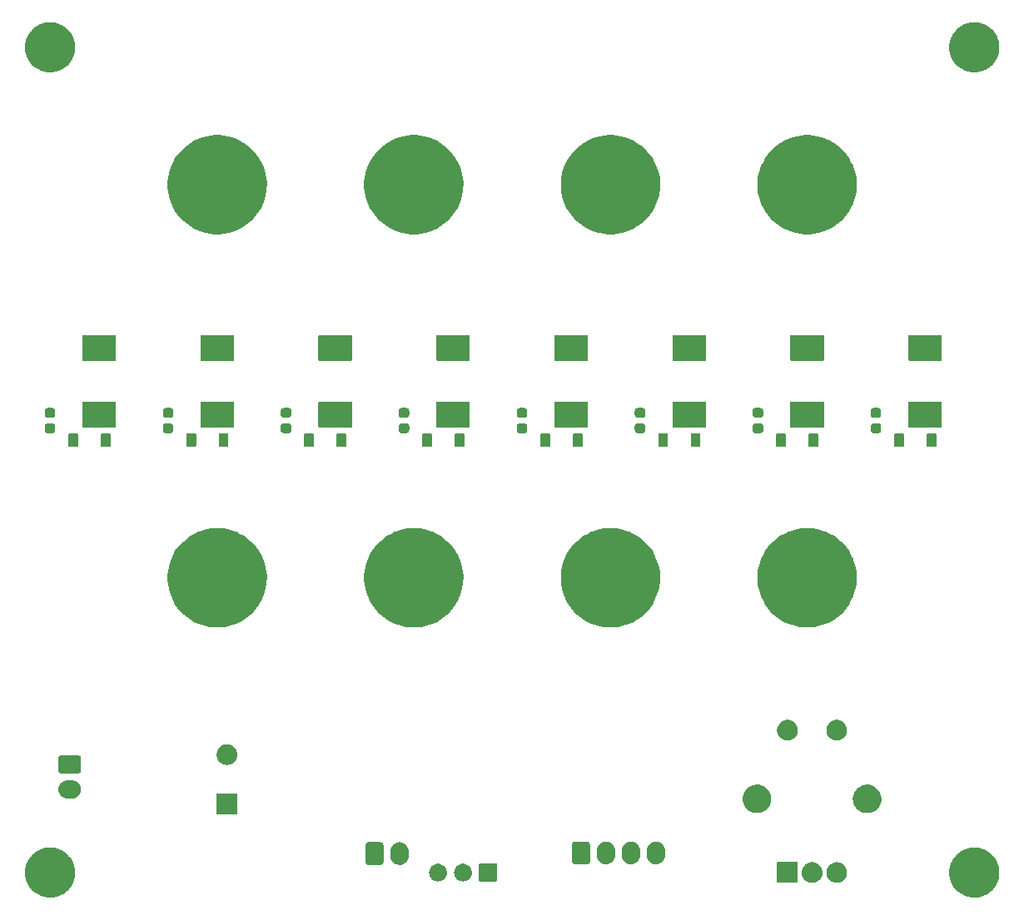
<source format=gbr>
G04 #@! TF.GenerationSoftware,KiCad,Pcbnew,5.99.0-unknown-281d77f~100~ubuntu18.04.1*
G04 #@! TF.CreationDate,2019-10-03T19:58:35+05:30*
G04 #@! TF.ProjectId,Spot_Welder,53706f74-5f57-4656-9c64-65722e6b6963,rev?*
G04 #@! TF.SameCoordinates,Original*
G04 #@! TF.FileFunction,Soldermask,Bot*
G04 #@! TF.FilePolarity,Negative*
%FSLAX46Y46*%
G04 Gerber Fmt 4.6, Leading zero omitted, Abs format (unit mm)*
G04 Created by KiCad (PCBNEW 5.99.0-unknown-281d77f~100~ubuntu18.04.1) date 2019-10-03 19:58:35*
%MOMM*%
%LPD*%
G04 APERTURE LIST*
%ADD10C,0.100000*%
G04 APERTURE END LIST*
D10*
G36*
X83056864Y-174447535D02*
G01*
X83111487Y-174446581D01*
X83215543Y-174457518D01*
X83320357Y-174464112D01*
X83371983Y-174473960D01*
X83421836Y-174479200D01*
X83528308Y-174503781D01*
X83635662Y-174524260D01*
X83681442Y-174539135D01*
X83725897Y-174549398D01*
X83832958Y-174588365D01*
X83940942Y-174623451D01*
X83980504Y-174642067D01*
X84019146Y-174656132D01*
X84124869Y-174710001D01*
X84231383Y-174760122D01*
X84264555Y-174781174D01*
X84297194Y-174797804D01*
X84399555Y-174866848D01*
X84502404Y-174932118D01*
X84529261Y-174954336D01*
X84555901Y-174972305D01*
X84652757Y-175056500D01*
X84749732Y-175136725D01*
X84770562Y-175158907D01*
X84791422Y-175177040D01*
X84880665Y-175276155D01*
X84969465Y-175370717D01*
X84984741Y-175391743D01*
X85000229Y-175408944D01*
X85079764Y-175522531D01*
X85158138Y-175630404D01*
X85168516Y-175649281D01*
X85179222Y-175664571D01*
X85246989Y-175792023D01*
X85312777Y-175911690D01*
X85319075Y-175927598D01*
X85325725Y-175940104D01*
X85379764Y-176080879D01*
X85430941Y-176210139D01*
X85434091Y-176222406D01*
X85437560Y-176231444D01*
X85476111Y-176386066D01*
X85510768Y-176521045D01*
X85511798Y-176529199D01*
X85513054Y-176534236D01*
X85534511Y-176708992D01*
X85550999Y-176839505D01*
X85550999Y-177160495D01*
X85540345Y-177244834D01*
X85539137Y-177290948D01*
X85522851Y-177383311D01*
X85510768Y-177478955D01*
X85495501Y-177538415D01*
X85485232Y-177596654D01*
X85455992Y-177692294D01*
X85430941Y-177789861D01*
X85409966Y-177842837D01*
X85393995Y-177895077D01*
X85351441Y-177990656D01*
X85312777Y-178088310D01*
X85287458Y-178134365D01*
X85267068Y-178180162D01*
X85210781Y-178273839D01*
X85158138Y-178369596D01*
X85129849Y-178408533D01*
X85106343Y-178447653D01*
X85036181Y-178537456D01*
X84969465Y-178629283D01*
X84939542Y-178661148D01*
X84914225Y-178693552D01*
X84830327Y-178777450D01*
X84749732Y-178863275D01*
X84719454Y-178888323D01*
X84693552Y-178914225D01*
X84596253Y-178990244D01*
X84502404Y-179067882D01*
X84472981Y-179086554D01*
X84447653Y-179106343D01*
X84337621Y-179172457D01*
X84231383Y-179239878D01*
X84203856Y-179252831D01*
X84180162Y-179267068D01*
X84058322Y-179321314D01*
X83940942Y-179376549D01*
X83916220Y-179384582D01*
X83895077Y-179393995D01*
X83762511Y-179434524D01*
X83635662Y-179475740D01*
X83614492Y-179479778D01*
X83596654Y-179485232D01*
X83454551Y-179510289D01*
X83320357Y-179535888D01*
X83303281Y-179536962D01*
X83289332Y-179539422D01*
X83138751Y-179547314D01*
X83000000Y-179556043D01*
X82987359Y-179555248D01*
X82977698Y-179555754D01*
X82818827Y-179544645D01*
X82679643Y-179535888D01*
X82671565Y-179534347D01*
X82666387Y-179533985D01*
X82493581Y-179500394D01*
X82364338Y-179475740D01*
X82360753Y-179474575D01*
X82360068Y-179474442D01*
X82063274Y-179378008D01*
X82062644Y-179377714D01*
X82059058Y-179376549D01*
X81939856Y-179320457D01*
X81780454Y-179246126D01*
X81776061Y-179243381D01*
X81768617Y-179239878D01*
X81650860Y-179165147D01*
X81515808Y-179080757D01*
X81508288Y-179074667D01*
X81497596Y-179067882D01*
X81390514Y-178979297D01*
X81273298Y-178884377D01*
X81263455Y-178874184D01*
X81250268Y-178863275D01*
X81156744Y-178763682D01*
X81056514Y-178659891D01*
X81045287Y-178644992D01*
X81030535Y-178629283D01*
X80952157Y-178521405D01*
X80868711Y-178410668D01*
X80857134Y-178390617D01*
X80841862Y-178369596D01*
X80779377Y-178255937D01*
X80712680Y-178140414D01*
X80701880Y-178114971D01*
X80687223Y-178088310D01*
X80640899Y-177971308D01*
X80590750Y-177853165D01*
X80581892Y-177822273D01*
X80569059Y-177789861D01*
X80538765Y-177671873D01*
X80504731Y-177553184D01*
X80499000Y-177516998D01*
X80489232Y-177478955D01*
X80474483Y-177362202D01*
X80455915Y-177244970D01*
X80454480Y-177203863D01*
X80449001Y-177160495D01*
X80449001Y-177046960D01*
X80445025Y-176933091D01*
X80449001Y-176887644D01*
X80449001Y-176839505D01*
X80462698Y-176731081D01*
X80472222Y-176622221D01*
X80482646Y-176573182D01*
X80489232Y-176521045D01*
X80515346Y-176419338D01*
X80537102Y-176316983D01*
X80554891Y-176265320D01*
X80569059Y-176210139D01*
X80606136Y-176116493D01*
X80638702Y-176021914D01*
X80664629Y-175968755D01*
X80687223Y-175911690D01*
X80733659Y-175827224D01*
X80775499Y-175741439D01*
X80810173Y-175688046D01*
X80841862Y-175630404D01*
X80895969Y-175555932D01*
X80945459Y-175479724D01*
X80989277Y-175427504D01*
X81030535Y-175370717D01*
X81090587Y-175306768D01*
X81146051Y-175240669D01*
X81199201Y-175191105D01*
X81250268Y-175136725D01*
X81314499Y-175083589D01*
X81374281Y-175027841D01*
X81436746Y-174982458D01*
X81497596Y-174932118D01*
X81564274Y-174889803D01*
X81626739Y-174844419D01*
X81698232Y-174804790D01*
X81768617Y-174760122D01*
X81836119Y-174728358D01*
X81899683Y-174693124D01*
X81979683Y-174660802D01*
X82059058Y-174623451D01*
X82125822Y-174601758D01*
X82189014Y-174576227D01*
X82276764Y-174552714D01*
X82364338Y-174524260D01*
X82428970Y-174511931D01*
X82490443Y-174495459D01*
X82584923Y-174482181D01*
X82679643Y-174464112D01*
X82740926Y-174460256D01*
X82799475Y-174452028D01*
X82899458Y-174450283D01*
X83000000Y-174443957D01*
X83056864Y-174447535D01*
X83056864Y-174447535D01*
G37*
G36*
X177056864Y-174447535D02*
G01*
X177111487Y-174446581D01*
X177215543Y-174457518D01*
X177320357Y-174464112D01*
X177371983Y-174473960D01*
X177421836Y-174479200D01*
X177528308Y-174503781D01*
X177635662Y-174524260D01*
X177681442Y-174539135D01*
X177725897Y-174549398D01*
X177832958Y-174588365D01*
X177940942Y-174623451D01*
X177980504Y-174642067D01*
X178019146Y-174656132D01*
X178124869Y-174710001D01*
X178231383Y-174760122D01*
X178264555Y-174781174D01*
X178297194Y-174797804D01*
X178399555Y-174866848D01*
X178502404Y-174932118D01*
X178529261Y-174954336D01*
X178555901Y-174972305D01*
X178652757Y-175056500D01*
X178749732Y-175136725D01*
X178770562Y-175158907D01*
X178791422Y-175177040D01*
X178880665Y-175276155D01*
X178969465Y-175370717D01*
X178984741Y-175391743D01*
X179000229Y-175408944D01*
X179079764Y-175522531D01*
X179158138Y-175630404D01*
X179168516Y-175649281D01*
X179179222Y-175664571D01*
X179246989Y-175792023D01*
X179312777Y-175911690D01*
X179319075Y-175927598D01*
X179325725Y-175940104D01*
X179379764Y-176080879D01*
X179430941Y-176210139D01*
X179434091Y-176222406D01*
X179437560Y-176231444D01*
X179476111Y-176386066D01*
X179510768Y-176521045D01*
X179511798Y-176529199D01*
X179513054Y-176534236D01*
X179534511Y-176708992D01*
X179550999Y-176839505D01*
X179550999Y-177160495D01*
X179540345Y-177244834D01*
X179539137Y-177290948D01*
X179522851Y-177383311D01*
X179510768Y-177478955D01*
X179495501Y-177538415D01*
X179485232Y-177596654D01*
X179455992Y-177692294D01*
X179430941Y-177789861D01*
X179409966Y-177842837D01*
X179393995Y-177895077D01*
X179351441Y-177990656D01*
X179312777Y-178088310D01*
X179287458Y-178134365D01*
X179267068Y-178180162D01*
X179210781Y-178273839D01*
X179158138Y-178369596D01*
X179129849Y-178408533D01*
X179106343Y-178447653D01*
X179036181Y-178537456D01*
X178969465Y-178629283D01*
X178939542Y-178661148D01*
X178914225Y-178693552D01*
X178830327Y-178777450D01*
X178749732Y-178863275D01*
X178719454Y-178888323D01*
X178693552Y-178914225D01*
X178596253Y-178990244D01*
X178502404Y-179067882D01*
X178472981Y-179086554D01*
X178447653Y-179106343D01*
X178337621Y-179172457D01*
X178231383Y-179239878D01*
X178203856Y-179252831D01*
X178180162Y-179267068D01*
X178058322Y-179321314D01*
X177940942Y-179376549D01*
X177916220Y-179384582D01*
X177895077Y-179393995D01*
X177762511Y-179434524D01*
X177635662Y-179475740D01*
X177614492Y-179479778D01*
X177596654Y-179485232D01*
X177454551Y-179510289D01*
X177320357Y-179535888D01*
X177303281Y-179536962D01*
X177289332Y-179539422D01*
X177138751Y-179547314D01*
X177000000Y-179556043D01*
X176987359Y-179555248D01*
X176977698Y-179555754D01*
X176818827Y-179544645D01*
X176679643Y-179535888D01*
X176671565Y-179534347D01*
X176666387Y-179533985D01*
X176493581Y-179500394D01*
X176364338Y-179475740D01*
X176360753Y-179474575D01*
X176360068Y-179474442D01*
X176063274Y-179378008D01*
X176062644Y-179377714D01*
X176059058Y-179376549D01*
X175939856Y-179320457D01*
X175780454Y-179246126D01*
X175776061Y-179243381D01*
X175768617Y-179239878D01*
X175650860Y-179165147D01*
X175515808Y-179080757D01*
X175508288Y-179074667D01*
X175497596Y-179067882D01*
X175390514Y-178979297D01*
X175273298Y-178884377D01*
X175263455Y-178874184D01*
X175250268Y-178863275D01*
X175156744Y-178763682D01*
X175056514Y-178659891D01*
X175045287Y-178644992D01*
X175030535Y-178629283D01*
X174952157Y-178521405D01*
X174868711Y-178410668D01*
X174857134Y-178390617D01*
X174841862Y-178369596D01*
X174779377Y-178255937D01*
X174712680Y-178140414D01*
X174701880Y-178114971D01*
X174687223Y-178088310D01*
X174640899Y-177971308D01*
X174590750Y-177853165D01*
X174581892Y-177822273D01*
X174569059Y-177789861D01*
X174538765Y-177671873D01*
X174504731Y-177553184D01*
X174499000Y-177516998D01*
X174489232Y-177478955D01*
X174474483Y-177362202D01*
X174455915Y-177244970D01*
X174454480Y-177203863D01*
X174449001Y-177160495D01*
X174449001Y-177046960D01*
X174445025Y-176933091D01*
X174449001Y-176887644D01*
X174449001Y-176839505D01*
X174462698Y-176731081D01*
X174472222Y-176622221D01*
X174482646Y-176573182D01*
X174489232Y-176521045D01*
X174515346Y-176419338D01*
X174537102Y-176316983D01*
X174554891Y-176265320D01*
X174569059Y-176210139D01*
X174606136Y-176116493D01*
X174638702Y-176021914D01*
X174664629Y-175968755D01*
X174687223Y-175911690D01*
X174733659Y-175827224D01*
X174775499Y-175741439D01*
X174810173Y-175688046D01*
X174841862Y-175630404D01*
X174895969Y-175555932D01*
X174945459Y-175479724D01*
X174989277Y-175427504D01*
X175030535Y-175370717D01*
X175090587Y-175306768D01*
X175146051Y-175240669D01*
X175199201Y-175191105D01*
X175250268Y-175136725D01*
X175314499Y-175083589D01*
X175374281Y-175027841D01*
X175436746Y-174982458D01*
X175497596Y-174932118D01*
X175564274Y-174889803D01*
X175626739Y-174844419D01*
X175698232Y-174804790D01*
X175768617Y-174760122D01*
X175836119Y-174728358D01*
X175899683Y-174693124D01*
X175979683Y-174660802D01*
X176059058Y-174623451D01*
X176125822Y-174601758D01*
X176189014Y-174576227D01*
X176276764Y-174552714D01*
X176364338Y-174524260D01*
X176428970Y-174511931D01*
X176490443Y-174495459D01*
X176584923Y-174482181D01*
X176679643Y-174464112D01*
X176740926Y-174460256D01*
X176799475Y-174452028D01*
X176899458Y-174450283D01*
X177000000Y-174443957D01*
X177056864Y-174447535D01*
X177056864Y-174447535D01*
G37*
G36*
X163059591Y-175949345D02*
G01*
X163110391Y-175949700D01*
X163161051Y-175960099D01*
X163206828Y-175964951D01*
X163256287Y-175979648D01*
X163312293Y-175991145D01*
X163354069Y-176008706D01*
X163391981Y-176019972D01*
X163443722Y-176046392D01*
X163502300Y-176071016D01*
X163534564Y-176092779D01*
X163564015Y-176107817D01*
X163615254Y-176147205D01*
X163673174Y-176186273D01*
X163696070Y-176209330D01*
X163717158Y-176225540D01*
X163764764Y-176278504D01*
X163818407Y-176332523D01*
X163832831Y-176354233D01*
X163846284Y-176369200D01*
X163886922Y-176435646D01*
X163932468Y-176504198D01*
X163939950Y-176522350D01*
X163947065Y-176533984D01*
X163977378Y-176613158D01*
X164011011Y-176694758D01*
X164013572Y-176707693D01*
X164016132Y-176714379D01*
X164032931Y-176805461D01*
X164051045Y-176896944D01*
X164047757Y-177132363D01*
X164044234Y-177147869D01*
X164044069Y-177153973D01*
X164022745Y-177242453D01*
X164002094Y-177333352D01*
X163999358Y-177339497D01*
X163999199Y-177340157D01*
X163941914Y-177468518D01*
X163918261Y-177521645D01*
X163864257Y-177598200D01*
X163810932Y-177675643D01*
X163806520Y-177680048D01*
X163799451Y-177690068D01*
X163734969Y-177751474D01*
X163674227Y-177812109D01*
X163663742Y-177819302D01*
X163650191Y-177832206D01*
X163579960Y-177876776D01*
X163514942Y-177921378D01*
X163497400Y-177929170D01*
X163476165Y-177942646D01*
X163404347Y-177970503D01*
X163338410Y-177999791D01*
X163313446Y-178005761D01*
X163284002Y-178017182D01*
X163214304Y-178029471D01*
X163150543Y-178044720D01*
X163118438Y-178046375D01*
X163081022Y-178052972D01*
X163016608Y-178051623D01*
X162957641Y-178054662D01*
X162919342Y-178049586D01*
X162874955Y-178048656D01*
X162818223Y-178036183D01*
X162766152Y-178029281D01*
X162723267Y-178015306D01*
X162673652Y-178004397D01*
X162626265Y-177983694D01*
X162582498Y-177969431D01*
X162537176Y-177944772D01*
X162484779Y-177921880D01*
X162447565Y-177896016D01*
X162412825Y-177877114D01*
X162367703Y-177840510D01*
X162315530Y-177804249D01*
X162288502Y-177776260D01*
X162262814Y-177755422D01*
X162220877Y-177706233D01*
X162172353Y-177655985D01*
X162154751Y-177628672D01*
X162137495Y-177608432D01*
X162101942Y-177546728D01*
X162060701Y-177482734D01*
X162051105Y-177458498D01*
X162041060Y-177441064D01*
X162015127Y-177367628D01*
X161984826Y-177291096D01*
X161981282Y-177271785D01*
X161976739Y-177258921D01*
X161963546Y-177175152D01*
X161947619Y-177088371D01*
X161947803Y-177075188D01*
X161946689Y-177068114D01*
X161949196Y-176975460D01*
X161950497Y-176882279D01*
X161951895Y-176875703D01*
X161951913Y-176875026D01*
X161981406Y-176736863D01*
X161993350Y-176680672D01*
X162030226Y-176594635D01*
X162066315Y-176507722D01*
X162069718Y-176502492D01*
X162074546Y-176491227D01*
X162124828Y-176417791D01*
X162171658Y-176345818D01*
X162180423Y-176336598D01*
X162190992Y-176321162D01*
X162250409Y-176262977D01*
X162304745Y-176205818D01*
X162320286Y-176194547D01*
X162338253Y-176176953D01*
X162402701Y-176134780D01*
X162461118Y-176092415D01*
X162484301Y-176081382D01*
X162510720Y-176064094D01*
X162576316Y-176037591D01*
X162635532Y-176009410D01*
X162666596Y-176001116D01*
X162701823Y-175986883D01*
X162765128Y-175974807D01*
X162822159Y-175959579D01*
X162860663Y-175956582D01*
X162904284Y-175948261D01*
X162962370Y-175948667D01*
X163014735Y-175944591D01*
X163059591Y-175949345D01*
X163059591Y-175949345D01*
G37*
G36*
X160559591Y-175949345D02*
G01*
X160610391Y-175949700D01*
X160661051Y-175960099D01*
X160706828Y-175964951D01*
X160756287Y-175979648D01*
X160812293Y-175991145D01*
X160854069Y-176008706D01*
X160891981Y-176019972D01*
X160943722Y-176046392D01*
X161002300Y-176071016D01*
X161034564Y-176092779D01*
X161064015Y-176107817D01*
X161115254Y-176147205D01*
X161173174Y-176186273D01*
X161196070Y-176209330D01*
X161217158Y-176225540D01*
X161264764Y-176278504D01*
X161318407Y-176332523D01*
X161332831Y-176354233D01*
X161346284Y-176369200D01*
X161386922Y-176435646D01*
X161432468Y-176504198D01*
X161439950Y-176522350D01*
X161447065Y-176533984D01*
X161477378Y-176613158D01*
X161511011Y-176694758D01*
X161513572Y-176707693D01*
X161516132Y-176714379D01*
X161532931Y-176805461D01*
X161551045Y-176896944D01*
X161547757Y-177132363D01*
X161544234Y-177147869D01*
X161544069Y-177153973D01*
X161522745Y-177242453D01*
X161502094Y-177333352D01*
X161499358Y-177339497D01*
X161499199Y-177340157D01*
X161441914Y-177468518D01*
X161418261Y-177521645D01*
X161364257Y-177598200D01*
X161310932Y-177675643D01*
X161306520Y-177680048D01*
X161299451Y-177690068D01*
X161234969Y-177751474D01*
X161174227Y-177812109D01*
X161163742Y-177819302D01*
X161150191Y-177832206D01*
X161079960Y-177876776D01*
X161014942Y-177921378D01*
X160997400Y-177929170D01*
X160976165Y-177942646D01*
X160904347Y-177970503D01*
X160838410Y-177999791D01*
X160813446Y-178005761D01*
X160784002Y-178017182D01*
X160714304Y-178029471D01*
X160650543Y-178044720D01*
X160618438Y-178046375D01*
X160581022Y-178052972D01*
X160516608Y-178051623D01*
X160457641Y-178054662D01*
X160419342Y-178049586D01*
X160374955Y-178048656D01*
X160318223Y-178036183D01*
X160266152Y-178029281D01*
X160223267Y-178015306D01*
X160173652Y-178004397D01*
X160126265Y-177983694D01*
X160082498Y-177969431D01*
X160037176Y-177944772D01*
X159984779Y-177921880D01*
X159947565Y-177896016D01*
X159912825Y-177877114D01*
X159867703Y-177840510D01*
X159815530Y-177804249D01*
X159788502Y-177776260D01*
X159762814Y-177755422D01*
X159720877Y-177706233D01*
X159672353Y-177655985D01*
X159654751Y-177628672D01*
X159637495Y-177608432D01*
X159601942Y-177546728D01*
X159560701Y-177482734D01*
X159551105Y-177458498D01*
X159541060Y-177441064D01*
X159515127Y-177367628D01*
X159484826Y-177291096D01*
X159481282Y-177271785D01*
X159476739Y-177258921D01*
X159463546Y-177175152D01*
X159447619Y-177088371D01*
X159447803Y-177075188D01*
X159446689Y-177068114D01*
X159449196Y-176975460D01*
X159450497Y-176882279D01*
X159451895Y-176875703D01*
X159451913Y-176875026D01*
X159481406Y-176736863D01*
X159493350Y-176680672D01*
X159530226Y-176594635D01*
X159566315Y-176507722D01*
X159569718Y-176502492D01*
X159574546Y-176491227D01*
X159624828Y-176417791D01*
X159671658Y-176345818D01*
X159680423Y-176336598D01*
X159690992Y-176321162D01*
X159750409Y-176262977D01*
X159804745Y-176205818D01*
X159820286Y-176194547D01*
X159838253Y-176176953D01*
X159902701Y-176134780D01*
X159961118Y-176092415D01*
X159984301Y-176081382D01*
X160010720Y-176064094D01*
X160076316Y-176037591D01*
X160135532Y-176009410D01*
X160166596Y-176001116D01*
X160201823Y-175986883D01*
X160265128Y-175974807D01*
X160322159Y-175959579D01*
X160360663Y-175956582D01*
X160404284Y-175948261D01*
X160462370Y-175948667D01*
X160514735Y-175944591D01*
X160559591Y-175949345D01*
X160559591Y-175949345D01*
G37*
G36*
X159019899Y-175951959D02*
G01*
X159036769Y-175963231D01*
X159048041Y-175980101D01*
X159054448Y-176012312D01*
X159054448Y-177987688D01*
X159051999Y-178000000D01*
X159048041Y-178019899D01*
X159036769Y-178036769D01*
X159019899Y-178048041D01*
X159000000Y-178051999D01*
X158987688Y-178054448D01*
X157012312Y-178054448D01*
X156980101Y-178048041D01*
X156963231Y-178036769D01*
X156951959Y-178019899D01*
X156945552Y-177987688D01*
X156945552Y-176012312D01*
X156951959Y-175980101D01*
X156963231Y-175963231D01*
X156980101Y-175951959D01*
X157012312Y-175945552D01*
X158987688Y-175945552D01*
X159019899Y-175951959D01*
X159019899Y-175951959D01*
G37*
G36*
X128409899Y-176101959D02*
G01*
X128426769Y-176113231D01*
X128438041Y-176130101D01*
X128444448Y-176162312D01*
X128444448Y-177837688D01*
X128438041Y-177869899D01*
X128426769Y-177886769D01*
X128409899Y-177898041D01*
X128390000Y-177901999D01*
X128377688Y-177904448D01*
X126702312Y-177904448D01*
X126670101Y-177898041D01*
X126653231Y-177886769D01*
X126641959Y-177869899D01*
X126635552Y-177837688D01*
X126635552Y-176162312D01*
X126641959Y-176130101D01*
X126653231Y-176113231D01*
X126670101Y-176101959D01*
X126702312Y-176095552D01*
X128377688Y-176095552D01*
X128409899Y-176101959D01*
X128409899Y-176101959D01*
G37*
G36*
X122648360Y-176113835D02*
G01*
X122729397Y-176140166D01*
X122816663Y-176167848D01*
X122819655Y-176169493D01*
X122828488Y-176172363D01*
X122900466Y-176213919D01*
X122971499Y-176252970D01*
X122978986Y-176259253D01*
X122992511Y-176267061D01*
X123050259Y-176319057D01*
X123106857Y-176366549D01*
X123116962Y-176379118D01*
X123133261Y-176393793D01*
X123175454Y-176451867D01*
X123217579Y-176504260D01*
X123227994Y-176524182D01*
X123244586Y-176547019D01*
X123271297Y-176607012D01*
X123299439Y-176660843D01*
X123307582Y-176688510D01*
X123321621Y-176720042D01*
X123333992Y-176778241D01*
X123349328Y-176830349D01*
X123352518Y-176865401D01*
X123360999Y-176905301D01*
X123360999Y-176958592D01*
X123365343Y-177006324D01*
X123360999Y-177047653D01*
X123360999Y-177094699D01*
X123351217Y-177140721D01*
X123346873Y-177182047D01*
X123332702Y-177227827D01*
X123321621Y-177279958D01*
X123305028Y-177317226D01*
X123294622Y-177350843D01*
X123268789Y-177398620D01*
X123244586Y-177452981D01*
X123224298Y-177480905D01*
X123210580Y-177506276D01*
X123171859Y-177553082D01*
X123133261Y-177606207D01*
X123112284Y-177625095D01*
X123097952Y-177642419D01*
X123045845Y-177684917D01*
X122992511Y-177732939D01*
X122973524Y-177743901D01*
X122961025Y-177754095D01*
X122895780Y-177788786D01*
X122828488Y-177827637D01*
X122813636Y-177832463D01*
X122805003Y-177837053D01*
X122727430Y-177860473D01*
X122648360Y-177886165D01*
X122639114Y-177887137D01*
X122635851Y-177888122D01*
X122544710Y-177897059D01*
X122507211Y-177901000D01*
X122412789Y-177901000D01*
X122271640Y-177886165D01*
X122190603Y-177859834D01*
X122103337Y-177832152D01*
X122100345Y-177830507D01*
X122091512Y-177827637D01*
X122019534Y-177786081D01*
X121948501Y-177747030D01*
X121941014Y-177740747D01*
X121927489Y-177732939D01*
X121869741Y-177680943D01*
X121813143Y-177633451D01*
X121803038Y-177620882D01*
X121786739Y-177606207D01*
X121744546Y-177548133D01*
X121702421Y-177495740D01*
X121692006Y-177475818D01*
X121675414Y-177452981D01*
X121648703Y-177392988D01*
X121620561Y-177339157D01*
X121612418Y-177311490D01*
X121598379Y-177279958D01*
X121586008Y-177221759D01*
X121570672Y-177169651D01*
X121567482Y-177134599D01*
X121559001Y-177094699D01*
X121559001Y-177041408D01*
X121554657Y-176993676D01*
X121559001Y-176952347D01*
X121559001Y-176905301D01*
X121568783Y-176859279D01*
X121573127Y-176817953D01*
X121587298Y-176772173D01*
X121598379Y-176720042D01*
X121614972Y-176682774D01*
X121625378Y-176649157D01*
X121651211Y-176601380D01*
X121675414Y-176547019D01*
X121695702Y-176519095D01*
X121709420Y-176493724D01*
X121748141Y-176446918D01*
X121786739Y-176393793D01*
X121807716Y-176374905D01*
X121822048Y-176357581D01*
X121874155Y-176315083D01*
X121927489Y-176267061D01*
X121946476Y-176256099D01*
X121958975Y-176245905D01*
X122024220Y-176211214D01*
X122091512Y-176172363D01*
X122106364Y-176167537D01*
X122114997Y-176162947D01*
X122192570Y-176139527D01*
X122271640Y-176113835D01*
X122280886Y-176112863D01*
X122284149Y-176111878D01*
X122375290Y-176102941D01*
X122412789Y-176099000D01*
X122507211Y-176099000D01*
X122648360Y-176113835D01*
X122648360Y-176113835D01*
G37*
G36*
X125188360Y-176113835D02*
G01*
X125269397Y-176140166D01*
X125356663Y-176167848D01*
X125359655Y-176169493D01*
X125368488Y-176172363D01*
X125440466Y-176213919D01*
X125511499Y-176252970D01*
X125518986Y-176259253D01*
X125532511Y-176267061D01*
X125590259Y-176319057D01*
X125646857Y-176366549D01*
X125656962Y-176379118D01*
X125673261Y-176393793D01*
X125715454Y-176451867D01*
X125757579Y-176504260D01*
X125767994Y-176524182D01*
X125784586Y-176547019D01*
X125811297Y-176607012D01*
X125839439Y-176660843D01*
X125847582Y-176688510D01*
X125861621Y-176720042D01*
X125873992Y-176778241D01*
X125889328Y-176830349D01*
X125892518Y-176865401D01*
X125900999Y-176905301D01*
X125900999Y-176958592D01*
X125905343Y-177006324D01*
X125900999Y-177047653D01*
X125900999Y-177094699D01*
X125891217Y-177140721D01*
X125886873Y-177182047D01*
X125872702Y-177227827D01*
X125861621Y-177279958D01*
X125845028Y-177317226D01*
X125834622Y-177350843D01*
X125808789Y-177398620D01*
X125784586Y-177452981D01*
X125764298Y-177480905D01*
X125750580Y-177506276D01*
X125711859Y-177553082D01*
X125673261Y-177606207D01*
X125652284Y-177625095D01*
X125637952Y-177642419D01*
X125585845Y-177684917D01*
X125532511Y-177732939D01*
X125513524Y-177743901D01*
X125501025Y-177754095D01*
X125435780Y-177788786D01*
X125368488Y-177827637D01*
X125353636Y-177832463D01*
X125345003Y-177837053D01*
X125267430Y-177860473D01*
X125188360Y-177886165D01*
X125179114Y-177887137D01*
X125175851Y-177888122D01*
X125084710Y-177897059D01*
X125047211Y-177901000D01*
X124952789Y-177901000D01*
X124811640Y-177886165D01*
X124730603Y-177859834D01*
X124643337Y-177832152D01*
X124640345Y-177830507D01*
X124631512Y-177827637D01*
X124559534Y-177786081D01*
X124488501Y-177747030D01*
X124481014Y-177740747D01*
X124467489Y-177732939D01*
X124409741Y-177680943D01*
X124353143Y-177633451D01*
X124343038Y-177620882D01*
X124326739Y-177606207D01*
X124284546Y-177548133D01*
X124242421Y-177495740D01*
X124232006Y-177475818D01*
X124215414Y-177452981D01*
X124188703Y-177392988D01*
X124160561Y-177339157D01*
X124152418Y-177311490D01*
X124138379Y-177279958D01*
X124126008Y-177221759D01*
X124110672Y-177169651D01*
X124107482Y-177134599D01*
X124099001Y-177094699D01*
X124099001Y-177041408D01*
X124094657Y-176993676D01*
X124099001Y-176952347D01*
X124099001Y-176905301D01*
X124108783Y-176859279D01*
X124113127Y-176817953D01*
X124127298Y-176772173D01*
X124138379Y-176720042D01*
X124154972Y-176682774D01*
X124165378Y-176649157D01*
X124191211Y-176601380D01*
X124215414Y-176547019D01*
X124235702Y-176519095D01*
X124249420Y-176493724D01*
X124288141Y-176446918D01*
X124326739Y-176393793D01*
X124347716Y-176374905D01*
X124362048Y-176357581D01*
X124414155Y-176315083D01*
X124467489Y-176267061D01*
X124486476Y-176256099D01*
X124498975Y-176245905D01*
X124564220Y-176211214D01*
X124631512Y-176172363D01*
X124646364Y-176167537D01*
X124654997Y-176162947D01*
X124732570Y-176139527D01*
X124811640Y-176113835D01*
X124820886Y-176112863D01*
X124824149Y-176111878D01*
X124915290Y-176102941D01*
X124952789Y-176099000D01*
X125047211Y-176099000D01*
X125188360Y-176113835D01*
X125188360Y-176113835D01*
G37*
G36*
X118588696Y-173917750D02*
G01*
X118636800Y-173917750D01*
X118683857Y-173927752D01*
X118726087Y-173932191D01*
X118772869Y-173946672D01*
X118826171Y-173958002D01*
X118864275Y-173974967D01*
X118898632Y-173985602D01*
X118947459Y-174012003D01*
X119003036Y-174036747D01*
X119031586Y-174057490D01*
X119057512Y-174071508D01*
X119105345Y-174111079D01*
X119159664Y-174150544D01*
X119178975Y-174171991D01*
X119196679Y-174186637D01*
X119240109Y-174239887D01*
X119289209Y-174294418D01*
X119300418Y-174313833D01*
X119310835Y-174326605D01*
X119346285Y-174393277D01*
X119386010Y-174462082D01*
X119390944Y-174477267D01*
X119395632Y-174486084D01*
X119419566Y-174565358D01*
X119445836Y-174646209D01*
X119446829Y-174655658D01*
X119447837Y-174658996D01*
X119456970Y-174752145D01*
X119461000Y-174790484D01*
X119461000Y-175347015D01*
X119445836Y-175491291D01*
X119418880Y-175574253D01*
X119390624Y-175663328D01*
X119388947Y-175666378D01*
X119386010Y-175675418D01*
X119343487Y-175749071D01*
X119303611Y-175821604D01*
X119297194Y-175829251D01*
X119289209Y-175843082D01*
X119236044Y-175902128D01*
X119187512Y-175959966D01*
X119174667Y-175970294D01*
X119159664Y-175986956D01*
X119100292Y-176030092D01*
X119046745Y-176073145D01*
X119026385Y-176083789D01*
X119003036Y-176100753D01*
X118941700Y-176128061D01*
X118886683Y-176156824D01*
X118858407Y-176165146D01*
X118826172Y-176179498D01*
X118766670Y-176192146D01*
X118713419Y-176207818D01*
X118677600Y-176211078D01*
X118636801Y-176219750D01*
X118582311Y-176219750D01*
X118533536Y-176224189D01*
X118491304Y-176219750D01*
X118443200Y-176219750D01*
X118396143Y-176209748D01*
X118353913Y-176205309D01*
X118307131Y-176190828D01*
X118253829Y-176179498D01*
X118215725Y-176162533D01*
X118181368Y-176151898D01*
X118132543Y-176125498D01*
X118076964Y-176100753D01*
X118048412Y-176080009D01*
X118022489Y-176065992D01*
X117974659Y-176026423D01*
X117920337Y-175986956D01*
X117901026Y-175965509D01*
X117883322Y-175950863D01*
X117839890Y-175897611D01*
X117790792Y-175843082D01*
X117779583Y-175823668D01*
X117769164Y-175810893D01*
X117733710Y-175744214D01*
X117693990Y-175675418D01*
X117689056Y-175660233D01*
X117684369Y-175651418D01*
X117660437Y-175572151D01*
X117634164Y-175491291D01*
X117633171Y-175481842D01*
X117632163Y-175478504D01*
X117623030Y-175385355D01*
X117619000Y-175347016D01*
X117619000Y-174790485D01*
X117634164Y-174646210D01*
X117661106Y-174563289D01*
X117689376Y-174474172D01*
X117691054Y-174471121D01*
X117693990Y-174462083D01*
X117736507Y-174388441D01*
X117776389Y-174315896D01*
X117782806Y-174308248D01*
X117790791Y-174294418D01*
X117843956Y-174235372D01*
X117892488Y-174177534D01*
X117905333Y-174167206D01*
X117920336Y-174150544D01*
X117979708Y-174107408D01*
X118033255Y-174064355D01*
X118053615Y-174053711D01*
X118076964Y-174036747D01*
X118138300Y-174009439D01*
X118193317Y-173980676D01*
X118221593Y-173972354D01*
X118253828Y-173958002D01*
X118313330Y-173945354D01*
X118366581Y-173929682D01*
X118402400Y-173926422D01*
X118443199Y-173917750D01*
X118497689Y-173917750D01*
X118546464Y-173913311D01*
X118588696Y-173917750D01*
X118588696Y-173917750D01*
G37*
G36*
X116706756Y-173930514D02*
G01*
X116718227Y-173936038D01*
X116726287Y-173937545D01*
X116743547Y-173948232D01*
X116788638Y-173969947D01*
X116808738Y-173988597D01*
X116821964Y-173996786D01*
X116832265Y-174010426D01*
X116855264Y-174031766D01*
X116877614Y-174070477D01*
X116889781Y-174086589D01*
X116891751Y-174094963D01*
X116899506Y-174108396D01*
X116918419Y-174208351D01*
X116921883Y-174223080D01*
X116921883Y-174226659D01*
X116923194Y-174233588D01*
X116923194Y-175906267D01*
X116908236Y-176005506D01*
X116902712Y-176016977D01*
X116901205Y-176025037D01*
X116890518Y-176042297D01*
X116868803Y-176087388D01*
X116850153Y-176107488D01*
X116841964Y-176120714D01*
X116828324Y-176131015D01*
X116806984Y-176154014D01*
X116768273Y-176176364D01*
X116752161Y-176188531D01*
X116743787Y-176190501D01*
X116730354Y-176198256D01*
X116630399Y-176217169D01*
X116615670Y-176220633D01*
X116612091Y-176220633D01*
X116605162Y-176221944D01*
X115392483Y-176221944D01*
X115293244Y-176206986D01*
X115281773Y-176201462D01*
X115273713Y-176199955D01*
X115256453Y-176189268D01*
X115211362Y-176167553D01*
X115191262Y-176148903D01*
X115178036Y-176140714D01*
X115167735Y-176127074D01*
X115144736Y-176105734D01*
X115122386Y-176067023D01*
X115110219Y-176050911D01*
X115108249Y-176042537D01*
X115100494Y-176029104D01*
X115081581Y-175929149D01*
X115078117Y-175914420D01*
X115078117Y-175910841D01*
X115076806Y-175903912D01*
X115076806Y-174231233D01*
X115091764Y-174131994D01*
X115097288Y-174120523D01*
X115098795Y-174112463D01*
X115109482Y-174095203D01*
X115131197Y-174050112D01*
X115149847Y-174030012D01*
X115158036Y-174016786D01*
X115171676Y-174006485D01*
X115193016Y-173983486D01*
X115231727Y-173961136D01*
X115247839Y-173948969D01*
X115256213Y-173946999D01*
X115269646Y-173939244D01*
X115369601Y-173920331D01*
X115384330Y-173916867D01*
X115387909Y-173916867D01*
X115394838Y-173915556D01*
X116607517Y-173915556D01*
X116706756Y-173930514D01*
X116706756Y-173930514D01*
G37*
G36*
X144668696Y-173849000D02*
G01*
X144716800Y-173849000D01*
X144763857Y-173859002D01*
X144806087Y-173863441D01*
X144852869Y-173877922D01*
X144906171Y-173889252D01*
X144944275Y-173906217D01*
X144978632Y-173916852D01*
X145027459Y-173943253D01*
X145083036Y-173967997D01*
X145111586Y-173988740D01*
X145137512Y-174002758D01*
X145185345Y-174042329D01*
X145239664Y-174081794D01*
X145258975Y-174103241D01*
X145276679Y-174117887D01*
X145320109Y-174171137D01*
X145369209Y-174225668D01*
X145380418Y-174245083D01*
X145390835Y-174257855D01*
X145426285Y-174324527D01*
X145466010Y-174393332D01*
X145470944Y-174408517D01*
X145475632Y-174417334D01*
X145499566Y-174496608D01*
X145525836Y-174577459D01*
X145526829Y-174586908D01*
X145527837Y-174590246D01*
X145536970Y-174683395D01*
X145541000Y-174721734D01*
X145541000Y-175278265D01*
X145525836Y-175422541D01*
X145498880Y-175505503D01*
X145470624Y-175594578D01*
X145468947Y-175597628D01*
X145466010Y-175606668D01*
X145423487Y-175680321D01*
X145383611Y-175752854D01*
X145377194Y-175760501D01*
X145369209Y-175774332D01*
X145316044Y-175833378D01*
X145267512Y-175891216D01*
X145254667Y-175901544D01*
X145239664Y-175918206D01*
X145180292Y-175961342D01*
X145126745Y-176004395D01*
X145106385Y-176015039D01*
X145083036Y-176032003D01*
X145021700Y-176059311D01*
X144966683Y-176088074D01*
X144938407Y-176096396D01*
X144906172Y-176110748D01*
X144846670Y-176123396D01*
X144793419Y-176139068D01*
X144757600Y-176142328D01*
X144716801Y-176151000D01*
X144662311Y-176151000D01*
X144613536Y-176155439D01*
X144571304Y-176151000D01*
X144523200Y-176151000D01*
X144476143Y-176140998D01*
X144433913Y-176136559D01*
X144387131Y-176122078D01*
X144333829Y-176110748D01*
X144295725Y-176093783D01*
X144261368Y-176083148D01*
X144212543Y-176056748D01*
X144156964Y-176032003D01*
X144128412Y-176011259D01*
X144102489Y-175997242D01*
X144054659Y-175957673D01*
X144000337Y-175918206D01*
X143981026Y-175896759D01*
X143963322Y-175882113D01*
X143919890Y-175828861D01*
X143870792Y-175774332D01*
X143859583Y-175754918D01*
X143849164Y-175742143D01*
X143813710Y-175675464D01*
X143773990Y-175606668D01*
X143769056Y-175591483D01*
X143764369Y-175582668D01*
X143740437Y-175503401D01*
X143714164Y-175422541D01*
X143713171Y-175413092D01*
X143712163Y-175409754D01*
X143703030Y-175316605D01*
X143699000Y-175278266D01*
X143699000Y-174721735D01*
X143714164Y-174577460D01*
X143741106Y-174494539D01*
X143769376Y-174405422D01*
X143771054Y-174402371D01*
X143773990Y-174393333D01*
X143816507Y-174319691D01*
X143856389Y-174247146D01*
X143862806Y-174239498D01*
X143870791Y-174225668D01*
X143923956Y-174166622D01*
X143972488Y-174108784D01*
X143985333Y-174098456D01*
X144000336Y-174081794D01*
X144059708Y-174038658D01*
X144113255Y-173995605D01*
X144133615Y-173984961D01*
X144156964Y-173967997D01*
X144218300Y-173940689D01*
X144273317Y-173911926D01*
X144301593Y-173903604D01*
X144333828Y-173889252D01*
X144393330Y-173876604D01*
X144446581Y-173860932D01*
X144482400Y-173857672D01*
X144523199Y-173849000D01*
X144577689Y-173849000D01*
X144626464Y-173844561D01*
X144668696Y-173849000D01*
X144668696Y-173849000D01*
G37*
G36*
X142128696Y-173849000D02*
G01*
X142176800Y-173849000D01*
X142223857Y-173859002D01*
X142266087Y-173863441D01*
X142312869Y-173877922D01*
X142366171Y-173889252D01*
X142404275Y-173906217D01*
X142438632Y-173916852D01*
X142487459Y-173943253D01*
X142543036Y-173967997D01*
X142571586Y-173988740D01*
X142597512Y-174002758D01*
X142645345Y-174042329D01*
X142699664Y-174081794D01*
X142718975Y-174103241D01*
X142736679Y-174117887D01*
X142780109Y-174171137D01*
X142829209Y-174225668D01*
X142840418Y-174245083D01*
X142850835Y-174257855D01*
X142886285Y-174324527D01*
X142926010Y-174393332D01*
X142930944Y-174408517D01*
X142935632Y-174417334D01*
X142959566Y-174496608D01*
X142985836Y-174577459D01*
X142986829Y-174586908D01*
X142987837Y-174590246D01*
X142996970Y-174683395D01*
X143001000Y-174721734D01*
X143001000Y-175278265D01*
X142985836Y-175422541D01*
X142958880Y-175505503D01*
X142930624Y-175594578D01*
X142928947Y-175597628D01*
X142926010Y-175606668D01*
X142883487Y-175680321D01*
X142843611Y-175752854D01*
X142837194Y-175760501D01*
X142829209Y-175774332D01*
X142776044Y-175833378D01*
X142727512Y-175891216D01*
X142714667Y-175901544D01*
X142699664Y-175918206D01*
X142640292Y-175961342D01*
X142586745Y-176004395D01*
X142566385Y-176015039D01*
X142543036Y-176032003D01*
X142481700Y-176059311D01*
X142426683Y-176088074D01*
X142398407Y-176096396D01*
X142366172Y-176110748D01*
X142306670Y-176123396D01*
X142253419Y-176139068D01*
X142217600Y-176142328D01*
X142176801Y-176151000D01*
X142122311Y-176151000D01*
X142073536Y-176155439D01*
X142031304Y-176151000D01*
X141983200Y-176151000D01*
X141936143Y-176140998D01*
X141893913Y-176136559D01*
X141847131Y-176122078D01*
X141793829Y-176110748D01*
X141755725Y-176093783D01*
X141721368Y-176083148D01*
X141672543Y-176056748D01*
X141616964Y-176032003D01*
X141588412Y-176011259D01*
X141562489Y-175997242D01*
X141514659Y-175957673D01*
X141460337Y-175918206D01*
X141441026Y-175896759D01*
X141423322Y-175882113D01*
X141379890Y-175828861D01*
X141330792Y-175774332D01*
X141319583Y-175754918D01*
X141309164Y-175742143D01*
X141273710Y-175675464D01*
X141233990Y-175606668D01*
X141229056Y-175591483D01*
X141224369Y-175582668D01*
X141200437Y-175503401D01*
X141174164Y-175422541D01*
X141173171Y-175413092D01*
X141172163Y-175409754D01*
X141163030Y-175316605D01*
X141159000Y-175278266D01*
X141159000Y-174721735D01*
X141174164Y-174577460D01*
X141201106Y-174494539D01*
X141229376Y-174405422D01*
X141231054Y-174402371D01*
X141233990Y-174393333D01*
X141276507Y-174319691D01*
X141316389Y-174247146D01*
X141322806Y-174239498D01*
X141330791Y-174225668D01*
X141383956Y-174166622D01*
X141432488Y-174108784D01*
X141445333Y-174098456D01*
X141460336Y-174081794D01*
X141519708Y-174038658D01*
X141573255Y-173995605D01*
X141593615Y-173984961D01*
X141616964Y-173967997D01*
X141678300Y-173940689D01*
X141733317Y-173911926D01*
X141761593Y-173903604D01*
X141793828Y-173889252D01*
X141853330Y-173876604D01*
X141906581Y-173860932D01*
X141942400Y-173857672D01*
X141983199Y-173849000D01*
X142037689Y-173849000D01*
X142086464Y-173844561D01*
X142128696Y-173849000D01*
X142128696Y-173849000D01*
G37*
G36*
X139588696Y-173849000D02*
G01*
X139636800Y-173849000D01*
X139683857Y-173859002D01*
X139726087Y-173863441D01*
X139772869Y-173877922D01*
X139826171Y-173889252D01*
X139864275Y-173906217D01*
X139898632Y-173916852D01*
X139947459Y-173943253D01*
X140003036Y-173967997D01*
X140031586Y-173988740D01*
X140057512Y-174002758D01*
X140105345Y-174042329D01*
X140159664Y-174081794D01*
X140178975Y-174103241D01*
X140196679Y-174117887D01*
X140240109Y-174171137D01*
X140289209Y-174225668D01*
X140300418Y-174245083D01*
X140310835Y-174257855D01*
X140346285Y-174324527D01*
X140386010Y-174393332D01*
X140390944Y-174408517D01*
X140395632Y-174417334D01*
X140419566Y-174496608D01*
X140445836Y-174577459D01*
X140446829Y-174586908D01*
X140447837Y-174590246D01*
X140456970Y-174683395D01*
X140461000Y-174721734D01*
X140461000Y-175278265D01*
X140445836Y-175422541D01*
X140418880Y-175505503D01*
X140390624Y-175594578D01*
X140388947Y-175597628D01*
X140386010Y-175606668D01*
X140343487Y-175680321D01*
X140303611Y-175752854D01*
X140297194Y-175760501D01*
X140289209Y-175774332D01*
X140236044Y-175833378D01*
X140187512Y-175891216D01*
X140174667Y-175901544D01*
X140159664Y-175918206D01*
X140100292Y-175961342D01*
X140046745Y-176004395D01*
X140026385Y-176015039D01*
X140003036Y-176032003D01*
X139941700Y-176059311D01*
X139886683Y-176088074D01*
X139858407Y-176096396D01*
X139826172Y-176110748D01*
X139766670Y-176123396D01*
X139713419Y-176139068D01*
X139677600Y-176142328D01*
X139636801Y-176151000D01*
X139582311Y-176151000D01*
X139533536Y-176155439D01*
X139491304Y-176151000D01*
X139443200Y-176151000D01*
X139396143Y-176140998D01*
X139353913Y-176136559D01*
X139307131Y-176122078D01*
X139253829Y-176110748D01*
X139215725Y-176093783D01*
X139181368Y-176083148D01*
X139132543Y-176056748D01*
X139076964Y-176032003D01*
X139048412Y-176011259D01*
X139022489Y-175997242D01*
X138974659Y-175957673D01*
X138920337Y-175918206D01*
X138901026Y-175896759D01*
X138883322Y-175882113D01*
X138839890Y-175828861D01*
X138790792Y-175774332D01*
X138779583Y-175754918D01*
X138769164Y-175742143D01*
X138733710Y-175675464D01*
X138693990Y-175606668D01*
X138689056Y-175591483D01*
X138684369Y-175582668D01*
X138660437Y-175503401D01*
X138634164Y-175422541D01*
X138633171Y-175413092D01*
X138632163Y-175409754D01*
X138623030Y-175316605D01*
X138619000Y-175278266D01*
X138619000Y-174721735D01*
X138634164Y-174577460D01*
X138661106Y-174494539D01*
X138689376Y-174405422D01*
X138691054Y-174402371D01*
X138693990Y-174393333D01*
X138736507Y-174319691D01*
X138776389Y-174247146D01*
X138782806Y-174239498D01*
X138790791Y-174225668D01*
X138843956Y-174166622D01*
X138892488Y-174108784D01*
X138905333Y-174098456D01*
X138920336Y-174081794D01*
X138979708Y-174038658D01*
X139033255Y-173995605D01*
X139053615Y-173984961D01*
X139076964Y-173967997D01*
X139138300Y-173940689D01*
X139193317Y-173911926D01*
X139221593Y-173903604D01*
X139253828Y-173889252D01*
X139313330Y-173876604D01*
X139366581Y-173860932D01*
X139402400Y-173857672D01*
X139443199Y-173849000D01*
X139497689Y-173849000D01*
X139546464Y-173844561D01*
X139588696Y-173849000D01*
X139588696Y-173849000D01*
G37*
G36*
X137706756Y-173861764D02*
G01*
X137718227Y-173867288D01*
X137726287Y-173868795D01*
X137743547Y-173879482D01*
X137788638Y-173901197D01*
X137808738Y-173919847D01*
X137821964Y-173928036D01*
X137832265Y-173941676D01*
X137855264Y-173963016D01*
X137877614Y-174001727D01*
X137889781Y-174017839D01*
X137891751Y-174026213D01*
X137899506Y-174039646D01*
X137918419Y-174139601D01*
X137921883Y-174154330D01*
X137921883Y-174157909D01*
X137923194Y-174164838D01*
X137923194Y-175837517D01*
X137908236Y-175936756D01*
X137902712Y-175948227D01*
X137901205Y-175956287D01*
X137890518Y-175973547D01*
X137868803Y-176018638D01*
X137850153Y-176038738D01*
X137841964Y-176051964D01*
X137828324Y-176062265D01*
X137806984Y-176085264D01*
X137768273Y-176107614D01*
X137752161Y-176119781D01*
X137743787Y-176121751D01*
X137730354Y-176129506D01*
X137630399Y-176148419D01*
X137615670Y-176151883D01*
X137612091Y-176151883D01*
X137605162Y-176153194D01*
X136392483Y-176153194D01*
X136293244Y-176138236D01*
X136281773Y-176132712D01*
X136273713Y-176131205D01*
X136256453Y-176120518D01*
X136211362Y-176098803D01*
X136191262Y-176080153D01*
X136178036Y-176071964D01*
X136167735Y-176058324D01*
X136144736Y-176036984D01*
X136122386Y-175998273D01*
X136110219Y-175982161D01*
X136108249Y-175973787D01*
X136100494Y-175960354D01*
X136081581Y-175860399D01*
X136078117Y-175845670D01*
X136078117Y-175842091D01*
X136076806Y-175835162D01*
X136076806Y-174162483D01*
X136091764Y-174063244D01*
X136097288Y-174051773D01*
X136098795Y-174043713D01*
X136109482Y-174026453D01*
X136131197Y-173981362D01*
X136149847Y-173961262D01*
X136158036Y-173948036D01*
X136171676Y-173937735D01*
X136193016Y-173914736D01*
X136231727Y-173892386D01*
X136247839Y-173880219D01*
X136256213Y-173878249D01*
X136269646Y-173870494D01*
X136369601Y-173851581D01*
X136384330Y-173848117D01*
X136387909Y-173848117D01*
X136394838Y-173846806D01*
X137607517Y-173846806D01*
X137706756Y-173861764D01*
X137706756Y-173861764D01*
G37*
G36*
X102019899Y-168951959D02*
G01*
X102036769Y-168963231D01*
X102048041Y-168980101D01*
X102054448Y-169012312D01*
X102054448Y-170987688D01*
X102051999Y-171000000D01*
X102048041Y-171019899D01*
X102036769Y-171036769D01*
X102019899Y-171048041D01*
X102000000Y-171051999D01*
X101987688Y-171054448D01*
X100012312Y-171054448D01*
X99980101Y-171048041D01*
X99963231Y-171036769D01*
X99951959Y-171019899D01*
X99945552Y-170987688D01*
X99945552Y-169012312D01*
X99951959Y-168980101D01*
X99963231Y-168963231D01*
X99980101Y-168951959D01*
X100012312Y-168945552D01*
X101987688Y-168945552D01*
X102019899Y-168951959D01*
X102019899Y-168951959D01*
G37*
G36*
X154943465Y-168046564D02*
G01*
X154966040Y-168045776D01*
X155057935Y-168057385D01*
X155155329Y-168066591D01*
X155177790Y-168072525D01*
X155197688Y-168075039D01*
X155288806Y-168101857D01*
X155386013Y-168127540D01*
X155404885Y-168136021D01*
X155421685Y-168140966D01*
X155509405Y-168182994D01*
X155603646Y-168225348D01*
X155618754Y-168235386D01*
X155632254Y-168241854D01*
X155713961Y-168298641D01*
X155802381Y-168357388D01*
X155813778Y-168368016D01*
X155823991Y-168375114D01*
X155897113Y-168445727D01*
X155976882Y-168520113D01*
X155984833Y-168530437D01*
X155991956Y-168537316D01*
X156054020Y-168620278D01*
X156122463Y-168709153D01*
X156127412Y-168718384D01*
X156131822Y-168724278D01*
X156180529Y-168817445D01*
X156235214Y-168919433D01*
X156237766Y-168926931D01*
X156240002Y-168931207D01*
X156273397Y-169031595D01*
X156312106Y-169145303D01*
X156312981Y-169150589D01*
X156313703Y-169152759D01*
X156330076Y-169253852D01*
X156351076Y-169380700D01*
X156350854Y-169389799D01*
X156348152Y-169647760D01*
X156343996Y-169670405D01*
X156343516Y-169690042D01*
X156322842Y-169785664D01*
X156306121Y-169876769D01*
X156298543Y-169898050D01*
X156293094Y-169923254D01*
X156258064Y-170011729D01*
X156227795Y-170096735D01*
X156215690Y-170118754D01*
X156205259Y-170145099D01*
X156157605Y-170224409D01*
X156115307Y-170301348D01*
X156098283Y-170323137D01*
X156082371Y-170349620D01*
X156024096Y-170418092D01*
X155971555Y-170485342D01*
X155949407Y-170505851D01*
X155927729Y-170531323D01*
X155861058Y-170587664D01*
X155800230Y-170643992D01*
X155772974Y-170662101D01*
X155745487Y-170685329D01*
X155672750Y-170728689D01*
X155605754Y-170773201D01*
X155573655Y-170787762D01*
X155540539Y-170807503D01*
X155464083Y-170837466D01*
X155393105Y-170869663D01*
X155356659Y-170879565D01*
X155318389Y-170894563D01*
X155240596Y-170911099D01*
X155167780Y-170930882D01*
X155127707Y-170935094D01*
X155085003Y-170944171D01*
X155008140Y-170947661D01*
X154935567Y-170955289D01*
X154892806Y-170952898D01*
X154846648Y-170954994D01*
X154772800Y-170946188D01*
X154702437Y-170942254D01*
X154658152Y-170932517D01*
X154609726Y-170926743D01*
X154540767Y-170906709D01*
X154474386Y-170892114D01*
X154429883Y-170874494D01*
X154380599Y-170860176D01*
X154318164Y-170830262D01*
X154257291Y-170806161D01*
X154214002Y-170780356D01*
X154165422Y-170757080D01*
X154110820Y-170718847D01*
X154056728Y-170686602D01*
X154016191Y-170652587D01*
X153969972Y-170620224D01*
X153924171Y-170575372D01*
X153877861Y-170536513D01*
X153841646Y-170494557D01*
X153799499Y-170453284D01*
X153763149Y-170403618D01*
X153725289Y-170359757D01*
X153694928Y-170310406D01*
X153658580Y-170260743D01*
X153631986Y-170208097D01*
X153602940Y-170160883D01*
X153579901Y-170104985D01*
X153551000Y-170047772D01*
X153534127Y-169993930D01*
X153513962Y-169945006D01*
X153499583Y-169883699D01*
X153479649Y-169820090D01*
X153472151Y-169766743D01*
X153460646Y-169717688D01*
X153456080Y-169652388D01*
X153446442Y-169583812D01*
X153447696Y-169532496D01*
X153444358Y-169484756D01*
X153450517Y-169417075D01*
X153452272Y-169345282D01*
X153461410Y-169297376D01*
X153465520Y-169252219D01*
X153483045Y-169183965D01*
X153496981Y-169110908D01*
X153512939Y-169067537D01*
X153523588Y-169026060D01*
X153552801Y-168959192D01*
X153579369Y-168886984D01*
X153600930Y-168849031D01*
X153617064Y-168812100D01*
X153657948Y-168748660D01*
X153697224Y-168679522D01*
X153723086Y-168647585D01*
X153743552Y-168615828D01*
X153795718Y-168557892D01*
X153847380Y-168494095D01*
X153876204Y-168468504D01*
X153899792Y-168442307D01*
X153962480Y-168391904D01*
X154025805Y-168335682D01*
X154056260Y-168316503D01*
X154081761Y-168296000D01*
X154153843Y-168255052D01*
X154227707Y-168208537D01*
X154258538Y-168195577D01*
X154284786Y-168180666D01*
X154364795Y-168150911D01*
X154447664Y-168116076D01*
X154477709Y-168108918D01*
X154503636Y-168099276D01*
X154589784Y-168082218D01*
X154679768Y-168060781D01*
X154708031Y-168058805D01*
X154732680Y-168053924D01*
X154822853Y-168050776D01*
X154917788Y-168044137D01*
X154943465Y-168046564D01*
X154943465Y-168046564D01*
G37*
G36*
X166143465Y-168046564D02*
G01*
X166166040Y-168045776D01*
X166257935Y-168057385D01*
X166355329Y-168066591D01*
X166377790Y-168072525D01*
X166397688Y-168075039D01*
X166488806Y-168101857D01*
X166586013Y-168127540D01*
X166604885Y-168136021D01*
X166621685Y-168140966D01*
X166709405Y-168182994D01*
X166803646Y-168225348D01*
X166818754Y-168235386D01*
X166832254Y-168241854D01*
X166913961Y-168298641D01*
X167002381Y-168357388D01*
X167013778Y-168368016D01*
X167023991Y-168375114D01*
X167097113Y-168445727D01*
X167176882Y-168520113D01*
X167184833Y-168530437D01*
X167191956Y-168537316D01*
X167254020Y-168620278D01*
X167322463Y-168709153D01*
X167327412Y-168718384D01*
X167331822Y-168724278D01*
X167380529Y-168817445D01*
X167435214Y-168919433D01*
X167437766Y-168926931D01*
X167440002Y-168931207D01*
X167473397Y-169031595D01*
X167512106Y-169145303D01*
X167512981Y-169150589D01*
X167513703Y-169152759D01*
X167530076Y-169253852D01*
X167551076Y-169380700D01*
X167550854Y-169389799D01*
X167548152Y-169647760D01*
X167543996Y-169670405D01*
X167543516Y-169690042D01*
X167522842Y-169785664D01*
X167506121Y-169876769D01*
X167498543Y-169898050D01*
X167493094Y-169923254D01*
X167458064Y-170011729D01*
X167427795Y-170096735D01*
X167415690Y-170118754D01*
X167405259Y-170145099D01*
X167357605Y-170224409D01*
X167315307Y-170301348D01*
X167298283Y-170323137D01*
X167282371Y-170349620D01*
X167224096Y-170418092D01*
X167171555Y-170485342D01*
X167149407Y-170505851D01*
X167127729Y-170531323D01*
X167061058Y-170587664D01*
X167000230Y-170643992D01*
X166972974Y-170662101D01*
X166945487Y-170685329D01*
X166872750Y-170728689D01*
X166805754Y-170773201D01*
X166773655Y-170787762D01*
X166740539Y-170807503D01*
X166664083Y-170837466D01*
X166593105Y-170869663D01*
X166556659Y-170879565D01*
X166518389Y-170894563D01*
X166440596Y-170911099D01*
X166367780Y-170930882D01*
X166327707Y-170935094D01*
X166285003Y-170944171D01*
X166208140Y-170947661D01*
X166135567Y-170955289D01*
X166092806Y-170952898D01*
X166046648Y-170954994D01*
X165972800Y-170946188D01*
X165902437Y-170942254D01*
X165858152Y-170932517D01*
X165809726Y-170926743D01*
X165740767Y-170906709D01*
X165674386Y-170892114D01*
X165629883Y-170874494D01*
X165580599Y-170860176D01*
X165518164Y-170830262D01*
X165457291Y-170806161D01*
X165414002Y-170780356D01*
X165365422Y-170757080D01*
X165310820Y-170718847D01*
X165256728Y-170686602D01*
X165216191Y-170652587D01*
X165169972Y-170620224D01*
X165124171Y-170575372D01*
X165077861Y-170536513D01*
X165041646Y-170494557D01*
X164999499Y-170453284D01*
X164963149Y-170403618D01*
X164925289Y-170359757D01*
X164894928Y-170310406D01*
X164858580Y-170260743D01*
X164831986Y-170208097D01*
X164802940Y-170160883D01*
X164779901Y-170104985D01*
X164751000Y-170047772D01*
X164734127Y-169993930D01*
X164713962Y-169945006D01*
X164699583Y-169883699D01*
X164679649Y-169820090D01*
X164672151Y-169766743D01*
X164660646Y-169717688D01*
X164656080Y-169652388D01*
X164646442Y-169583812D01*
X164647696Y-169532496D01*
X164644358Y-169484756D01*
X164650517Y-169417075D01*
X164652272Y-169345282D01*
X164661410Y-169297376D01*
X164665520Y-169252219D01*
X164683045Y-169183965D01*
X164696981Y-169110908D01*
X164712939Y-169067537D01*
X164723588Y-169026060D01*
X164752801Y-168959192D01*
X164779369Y-168886984D01*
X164800930Y-168849031D01*
X164817064Y-168812100D01*
X164857948Y-168748660D01*
X164897224Y-168679522D01*
X164923086Y-168647585D01*
X164943552Y-168615828D01*
X164995718Y-168557892D01*
X165047380Y-168494095D01*
X165076204Y-168468504D01*
X165099792Y-168442307D01*
X165162480Y-168391904D01*
X165225805Y-168335682D01*
X165256260Y-168316503D01*
X165281761Y-168296000D01*
X165353843Y-168255052D01*
X165427707Y-168208537D01*
X165458538Y-168195577D01*
X165484786Y-168180666D01*
X165564795Y-168150911D01*
X165647664Y-168116076D01*
X165677709Y-168108918D01*
X165703636Y-168099276D01*
X165789784Y-168082218D01*
X165879768Y-168060781D01*
X165908031Y-168058805D01*
X165932680Y-168053924D01*
X166022853Y-168050776D01*
X166117788Y-168044137D01*
X166143465Y-168046564D01*
X166143465Y-168046564D01*
G37*
G36*
X85422541Y-167634164D02*
G01*
X85505459Y-167661105D01*
X85594576Y-167689375D01*
X85597628Y-167691053D01*
X85606668Y-167693990D01*
X85680320Y-167736513D01*
X85752856Y-167776390D01*
X85760504Y-167782807D01*
X85774332Y-167790791D01*
X85833373Y-167843952D01*
X85891216Y-167892488D01*
X85901544Y-167905333D01*
X85918206Y-167920336D01*
X85961342Y-167979708D01*
X86004395Y-168033255D01*
X86015039Y-168053615D01*
X86032003Y-168076964D01*
X86059311Y-168138300D01*
X86088074Y-168193317D01*
X86096396Y-168221593D01*
X86110748Y-168253828D01*
X86123396Y-168313330D01*
X86139068Y-168366581D01*
X86142328Y-168402400D01*
X86151000Y-168443199D01*
X86151000Y-168497689D01*
X86155439Y-168546464D01*
X86151000Y-168588697D01*
X86151000Y-168636801D01*
X86140998Y-168683858D01*
X86136559Y-168726088D01*
X86122078Y-168772870D01*
X86110748Y-168826172D01*
X86093783Y-168864276D01*
X86083148Y-168898633D01*
X86056748Y-168947458D01*
X86032003Y-169003037D01*
X86011259Y-169031589D01*
X85997242Y-169057512D01*
X85957673Y-169105342D01*
X85918206Y-169159664D01*
X85896759Y-169178975D01*
X85882113Y-169196679D01*
X85828863Y-169240109D01*
X85774332Y-169289209D01*
X85754917Y-169300418D01*
X85742145Y-169310835D01*
X85675473Y-169346285D01*
X85606668Y-169386010D01*
X85591483Y-169390944D01*
X85582666Y-169395632D01*
X85503392Y-169419566D01*
X85422541Y-169445836D01*
X85413092Y-169446829D01*
X85409754Y-169447837D01*
X85316605Y-169456970D01*
X85278266Y-169461000D01*
X84721734Y-169461000D01*
X84577459Y-169445836D01*
X84494541Y-169418895D01*
X84405424Y-169390625D01*
X84402372Y-169388947D01*
X84393332Y-169386010D01*
X84319680Y-169343487D01*
X84247144Y-169303610D01*
X84239496Y-169297193D01*
X84225668Y-169289209D01*
X84166627Y-169236048D01*
X84108784Y-169187512D01*
X84098456Y-169174667D01*
X84081794Y-169159664D01*
X84038658Y-169100292D01*
X83995605Y-169046745D01*
X83984961Y-169026385D01*
X83967997Y-169003036D01*
X83940689Y-168941700D01*
X83911926Y-168886683D01*
X83903604Y-168858407D01*
X83889252Y-168826172D01*
X83876604Y-168766670D01*
X83860932Y-168713419D01*
X83857672Y-168677600D01*
X83849000Y-168636801D01*
X83849000Y-168582311D01*
X83844561Y-168533536D01*
X83849000Y-168491303D01*
X83849000Y-168443199D01*
X83859002Y-168396142D01*
X83863441Y-168353912D01*
X83877922Y-168307130D01*
X83889252Y-168253828D01*
X83906217Y-168215724D01*
X83916852Y-168181367D01*
X83943252Y-168132542D01*
X83967997Y-168076963D01*
X83988741Y-168048411D01*
X84002758Y-168022488D01*
X84042327Y-167974658D01*
X84081794Y-167920336D01*
X84103241Y-167901025D01*
X84117887Y-167883321D01*
X84171137Y-167839891D01*
X84225668Y-167790791D01*
X84245083Y-167779582D01*
X84257855Y-167769165D01*
X84324527Y-167733715D01*
X84393332Y-167693990D01*
X84408517Y-167689056D01*
X84417334Y-167684368D01*
X84496608Y-167660434D01*
X84577459Y-167634164D01*
X84586908Y-167633171D01*
X84590246Y-167632163D01*
X84683395Y-167623030D01*
X84721734Y-167619000D01*
X85278266Y-167619000D01*
X85422541Y-167634164D01*
X85422541Y-167634164D01*
G37*
G36*
X85936756Y-165091764D02*
G01*
X85948227Y-165097288D01*
X85956287Y-165098795D01*
X85973547Y-165109482D01*
X86018638Y-165131197D01*
X86038738Y-165149847D01*
X86051964Y-165158036D01*
X86062265Y-165171676D01*
X86085264Y-165193016D01*
X86107614Y-165231727D01*
X86119781Y-165247839D01*
X86121751Y-165256213D01*
X86129506Y-165269646D01*
X86148419Y-165369601D01*
X86151883Y-165384330D01*
X86151883Y-165387909D01*
X86153194Y-165394838D01*
X86153194Y-166607517D01*
X86138236Y-166706756D01*
X86132712Y-166718227D01*
X86131205Y-166726287D01*
X86120518Y-166743547D01*
X86098803Y-166788638D01*
X86080153Y-166808738D01*
X86071964Y-166821964D01*
X86058324Y-166832265D01*
X86036984Y-166855264D01*
X85998273Y-166877614D01*
X85982161Y-166889781D01*
X85973787Y-166891751D01*
X85960354Y-166899506D01*
X85860399Y-166918419D01*
X85845670Y-166921883D01*
X85842091Y-166921883D01*
X85835162Y-166923194D01*
X84162483Y-166923194D01*
X84063244Y-166908236D01*
X84051773Y-166902712D01*
X84043713Y-166901205D01*
X84026453Y-166890518D01*
X83981362Y-166868803D01*
X83961262Y-166850153D01*
X83948036Y-166841964D01*
X83937735Y-166828324D01*
X83914736Y-166806984D01*
X83892386Y-166768273D01*
X83880219Y-166752161D01*
X83878249Y-166743787D01*
X83870494Y-166730354D01*
X83851581Y-166630399D01*
X83848117Y-166615670D01*
X83848117Y-166612091D01*
X83846806Y-166605162D01*
X83846806Y-165392483D01*
X83861764Y-165293244D01*
X83867288Y-165281773D01*
X83868795Y-165273713D01*
X83879482Y-165256453D01*
X83901197Y-165211362D01*
X83919847Y-165191262D01*
X83928036Y-165178036D01*
X83941676Y-165167735D01*
X83963016Y-165144736D01*
X84001727Y-165122386D01*
X84017839Y-165110219D01*
X84026213Y-165108249D01*
X84039646Y-165100494D01*
X84139601Y-165081581D01*
X84154330Y-165078117D01*
X84157909Y-165078117D01*
X84164838Y-165076806D01*
X85837517Y-165076806D01*
X85936756Y-165091764D01*
X85936756Y-165091764D01*
G37*
G36*
X101059591Y-163949345D02*
G01*
X101110391Y-163949700D01*
X101161051Y-163960099D01*
X101206828Y-163964951D01*
X101256287Y-163979648D01*
X101312293Y-163991145D01*
X101354069Y-164008706D01*
X101391981Y-164019972D01*
X101443722Y-164046392D01*
X101502300Y-164071016D01*
X101534564Y-164092779D01*
X101564015Y-164107817D01*
X101615254Y-164147205D01*
X101673174Y-164186273D01*
X101696070Y-164209330D01*
X101717158Y-164225540D01*
X101764764Y-164278504D01*
X101818407Y-164332523D01*
X101832831Y-164354233D01*
X101846284Y-164369200D01*
X101886922Y-164435646D01*
X101932468Y-164504198D01*
X101939950Y-164522350D01*
X101947065Y-164533984D01*
X101977378Y-164613158D01*
X102011011Y-164694758D01*
X102013572Y-164707693D01*
X102016132Y-164714379D01*
X102032931Y-164805461D01*
X102051045Y-164896944D01*
X102047757Y-165132363D01*
X102044234Y-165147869D01*
X102044069Y-165153973D01*
X102022745Y-165242453D01*
X102002094Y-165333352D01*
X101999358Y-165339497D01*
X101999199Y-165340157D01*
X101941914Y-165468518D01*
X101918261Y-165521645D01*
X101864257Y-165598200D01*
X101810932Y-165675643D01*
X101806520Y-165680048D01*
X101799451Y-165690068D01*
X101734969Y-165751474D01*
X101674227Y-165812109D01*
X101663742Y-165819302D01*
X101650191Y-165832206D01*
X101579960Y-165876776D01*
X101514942Y-165921378D01*
X101497400Y-165929170D01*
X101476165Y-165942646D01*
X101404347Y-165970503D01*
X101338410Y-165999791D01*
X101313446Y-166005761D01*
X101284002Y-166017182D01*
X101214304Y-166029471D01*
X101150543Y-166044720D01*
X101118438Y-166046375D01*
X101081022Y-166052972D01*
X101016608Y-166051623D01*
X100957641Y-166054662D01*
X100919342Y-166049586D01*
X100874955Y-166048656D01*
X100818223Y-166036183D01*
X100766152Y-166029281D01*
X100723267Y-166015306D01*
X100673652Y-166004397D01*
X100626265Y-165983694D01*
X100582498Y-165969431D01*
X100537176Y-165944772D01*
X100484779Y-165921880D01*
X100447565Y-165896016D01*
X100412825Y-165877114D01*
X100367703Y-165840510D01*
X100315530Y-165804249D01*
X100288502Y-165776260D01*
X100262814Y-165755422D01*
X100220877Y-165706233D01*
X100172353Y-165655985D01*
X100154751Y-165628672D01*
X100137495Y-165608432D01*
X100101942Y-165546728D01*
X100060701Y-165482734D01*
X100051105Y-165458498D01*
X100041060Y-165441064D01*
X100015127Y-165367628D01*
X99984826Y-165291096D01*
X99981282Y-165271785D01*
X99976739Y-165258921D01*
X99963546Y-165175152D01*
X99947619Y-165088371D01*
X99947803Y-165075188D01*
X99946689Y-165068114D01*
X99949196Y-164975460D01*
X99950497Y-164882279D01*
X99951895Y-164875703D01*
X99951913Y-164875026D01*
X99981406Y-164736863D01*
X99993350Y-164680672D01*
X100030226Y-164594635D01*
X100066315Y-164507722D01*
X100069718Y-164502492D01*
X100074546Y-164491227D01*
X100124828Y-164417791D01*
X100171658Y-164345818D01*
X100180423Y-164336598D01*
X100190992Y-164321162D01*
X100250409Y-164262977D01*
X100304745Y-164205818D01*
X100320286Y-164194547D01*
X100338253Y-164176953D01*
X100402701Y-164134780D01*
X100461118Y-164092415D01*
X100484301Y-164081382D01*
X100510720Y-164064094D01*
X100576316Y-164037591D01*
X100635532Y-164009410D01*
X100666596Y-164001116D01*
X100701823Y-163986883D01*
X100765128Y-163974807D01*
X100822159Y-163959579D01*
X100860663Y-163956582D01*
X100904284Y-163948261D01*
X100962370Y-163948667D01*
X101014735Y-163944591D01*
X101059591Y-163949345D01*
X101059591Y-163949345D01*
G37*
G36*
X158059591Y-161449345D02*
G01*
X158110391Y-161449700D01*
X158161051Y-161460099D01*
X158206828Y-161464951D01*
X158256287Y-161479648D01*
X158312293Y-161491145D01*
X158354069Y-161508706D01*
X158391981Y-161519972D01*
X158443722Y-161546392D01*
X158502300Y-161571016D01*
X158534564Y-161592779D01*
X158564015Y-161607817D01*
X158615254Y-161647205D01*
X158673174Y-161686273D01*
X158696070Y-161709330D01*
X158717158Y-161725540D01*
X158764764Y-161778504D01*
X158818407Y-161832523D01*
X158832831Y-161854233D01*
X158846284Y-161869200D01*
X158886922Y-161935646D01*
X158932468Y-162004198D01*
X158939950Y-162022350D01*
X158947065Y-162033984D01*
X158977378Y-162113158D01*
X159011011Y-162194758D01*
X159013572Y-162207693D01*
X159016132Y-162214379D01*
X159032931Y-162305461D01*
X159051045Y-162396944D01*
X159047757Y-162632363D01*
X159044234Y-162647869D01*
X159044069Y-162653973D01*
X159022745Y-162742453D01*
X159002094Y-162833352D01*
X158999358Y-162839497D01*
X158999199Y-162840157D01*
X158941914Y-162968518D01*
X158918261Y-163021645D01*
X158864257Y-163098200D01*
X158810932Y-163175643D01*
X158806520Y-163180048D01*
X158799451Y-163190068D01*
X158734969Y-163251474D01*
X158674227Y-163312109D01*
X158663742Y-163319302D01*
X158650191Y-163332206D01*
X158579960Y-163376776D01*
X158514942Y-163421378D01*
X158497400Y-163429170D01*
X158476165Y-163442646D01*
X158404347Y-163470503D01*
X158338410Y-163499791D01*
X158313446Y-163505761D01*
X158284002Y-163517182D01*
X158214304Y-163529471D01*
X158150543Y-163544720D01*
X158118438Y-163546375D01*
X158081022Y-163552972D01*
X158016608Y-163551623D01*
X157957641Y-163554662D01*
X157919342Y-163549586D01*
X157874955Y-163548656D01*
X157818223Y-163536183D01*
X157766152Y-163529281D01*
X157723267Y-163515306D01*
X157673652Y-163504397D01*
X157626265Y-163483694D01*
X157582498Y-163469431D01*
X157537176Y-163444772D01*
X157484779Y-163421880D01*
X157447565Y-163396016D01*
X157412825Y-163377114D01*
X157367703Y-163340510D01*
X157315530Y-163304249D01*
X157288502Y-163276260D01*
X157262814Y-163255422D01*
X157220877Y-163206233D01*
X157172353Y-163155985D01*
X157154751Y-163128672D01*
X157137495Y-163108432D01*
X157101942Y-163046728D01*
X157060701Y-162982734D01*
X157051105Y-162958498D01*
X157041060Y-162941064D01*
X157015127Y-162867628D01*
X156984826Y-162791096D01*
X156981282Y-162771785D01*
X156976739Y-162758921D01*
X156963546Y-162675152D01*
X156947619Y-162588371D01*
X156947803Y-162575188D01*
X156946689Y-162568114D01*
X156949196Y-162475460D01*
X156950497Y-162382279D01*
X156951895Y-162375703D01*
X156951913Y-162375026D01*
X156981406Y-162236863D01*
X156993350Y-162180672D01*
X157030226Y-162094635D01*
X157066315Y-162007722D01*
X157069718Y-162002492D01*
X157074546Y-161991227D01*
X157124828Y-161917791D01*
X157171658Y-161845818D01*
X157180423Y-161836598D01*
X157190992Y-161821162D01*
X157250409Y-161762977D01*
X157304745Y-161705818D01*
X157320286Y-161694547D01*
X157338253Y-161676953D01*
X157402701Y-161634780D01*
X157461118Y-161592415D01*
X157484301Y-161581382D01*
X157510720Y-161564094D01*
X157576316Y-161537591D01*
X157635532Y-161509410D01*
X157666596Y-161501116D01*
X157701823Y-161486883D01*
X157765128Y-161474807D01*
X157822159Y-161459579D01*
X157860663Y-161456582D01*
X157904284Y-161448261D01*
X157962370Y-161448667D01*
X158014735Y-161444591D01*
X158059591Y-161449345D01*
X158059591Y-161449345D01*
G37*
G36*
X163059591Y-161449345D02*
G01*
X163110391Y-161449700D01*
X163161051Y-161460099D01*
X163206828Y-161464951D01*
X163256287Y-161479648D01*
X163312293Y-161491145D01*
X163354069Y-161508706D01*
X163391981Y-161519972D01*
X163443722Y-161546392D01*
X163502300Y-161571016D01*
X163534564Y-161592779D01*
X163564015Y-161607817D01*
X163615254Y-161647205D01*
X163673174Y-161686273D01*
X163696070Y-161709330D01*
X163717158Y-161725540D01*
X163764764Y-161778504D01*
X163818407Y-161832523D01*
X163832831Y-161854233D01*
X163846284Y-161869200D01*
X163886922Y-161935646D01*
X163932468Y-162004198D01*
X163939950Y-162022350D01*
X163947065Y-162033984D01*
X163977378Y-162113158D01*
X164011011Y-162194758D01*
X164013572Y-162207693D01*
X164016132Y-162214379D01*
X164032931Y-162305461D01*
X164051045Y-162396944D01*
X164047757Y-162632363D01*
X164044234Y-162647869D01*
X164044069Y-162653973D01*
X164022745Y-162742453D01*
X164002094Y-162833352D01*
X163999358Y-162839497D01*
X163999199Y-162840157D01*
X163941914Y-162968518D01*
X163918261Y-163021645D01*
X163864257Y-163098200D01*
X163810932Y-163175643D01*
X163806520Y-163180048D01*
X163799451Y-163190068D01*
X163734969Y-163251474D01*
X163674227Y-163312109D01*
X163663742Y-163319302D01*
X163650191Y-163332206D01*
X163579960Y-163376776D01*
X163514942Y-163421378D01*
X163497400Y-163429170D01*
X163476165Y-163442646D01*
X163404347Y-163470503D01*
X163338410Y-163499791D01*
X163313446Y-163505761D01*
X163284002Y-163517182D01*
X163214304Y-163529471D01*
X163150543Y-163544720D01*
X163118438Y-163546375D01*
X163081022Y-163552972D01*
X163016608Y-163551623D01*
X162957641Y-163554662D01*
X162919342Y-163549586D01*
X162874955Y-163548656D01*
X162818223Y-163536183D01*
X162766152Y-163529281D01*
X162723267Y-163515306D01*
X162673652Y-163504397D01*
X162626265Y-163483694D01*
X162582498Y-163469431D01*
X162537176Y-163444772D01*
X162484779Y-163421880D01*
X162447565Y-163396016D01*
X162412825Y-163377114D01*
X162367703Y-163340510D01*
X162315530Y-163304249D01*
X162288502Y-163276260D01*
X162262814Y-163255422D01*
X162220877Y-163206233D01*
X162172353Y-163155985D01*
X162154751Y-163128672D01*
X162137495Y-163108432D01*
X162101942Y-163046728D01*
X162060701Y-162982734D01*
X162051105Y-162958498D01*
X162041060Y-162941064D01*
X162015127Y-162867628D01*
X161984826Y-162791096D01*
X161981282Y-162771785D01*
X161976739Y-162758921D01*
X161963546Y-162675152D01*
X161947619Y-162588371D01*
X161947803Y-162575188D01*
X161946689Y-162568114D01*
X161949196Y-162475460D01*
X161950497Y-162382279D01*
X161951895Y-162375703D01*
X161951913Y-162375026D01*
X161981406Y-162236863D01*
X161993350Y-162180672D01*
X162030226Y-162094635D01*
X162066315Y-162007722D01*
X162069718Y-162002492D01*
X162074546Y-161991227D01*
X162124828Y-161917791D01*
X162171658Y-161845818D01*
X162180423Y-161836598D01*
X162190992Y-161821162D01*
X162250409Y-161762977D01*
X162304745Y-161705818D01*
X162320286Y-161694547D01*
X162338253Y-161676953D01*
X162402701Y-161634780D01*
X162461118Y-161592415D01*
X162484301Y-161581382D01*
X162510720Y-161564094D01*
X162576316Y-161537591D01*
X162635532Y-161509410D01*
X162666596Y-161501116D01*
X162701823Y-161486883D01*
X162765128Y-161474807D01*
X162822159Y-161459579D01*
X162860663Y-161456582D01*
X162904284Y-161448261D01*
X162962370Y-161448667D01*
X163014735Y-161444591D01*
X163059591Y-161449345D01*
X163059591Y-161449345D01*
G37*
G36*
X160659930Y-141987302D02*
G01*
X161094307Y-142063894D01*
X161520353Y-142178053D01*
X161934837Y-142328912D01*
X162334580Y-142515316D01*
X162716561Y-142735853D01*
X163077862Y-142988839D01*
X163415749Y-143272360D01*
X163727640Y-143584251D01*
X164011161Y-143922138D01*
X164264147Y-144283439D01*
X164484684Y-144665420D01*
X164671088Y-145065163D01*
X164821947Y-145479647D01*
X164936106Y-145905693D01*
X165012698Y-146340070D01*
X165050902Y-146776736D01*
X165050900Y-146776771D01*
X165051136Y-146779463D01*
X165012694Y-147659934D01*
X165012223Y-147662606D01*
X165012222Y-147662627D01*
X164936106Y-148094307D01*
X164821947Y-148520353D01*
X164671088Y-148934837D01*
X164484684Y-149334580D01*
X164264147Y-149716561D01*
X164011161Y-150077862D01*
X163727640Y-150415749D01*
X163415749Y-150727640D01*
X163077862Y-151011161D01*
X162716561Y-151264147D01*
X162334580Y-151484684D01*
X161934837Y-151671088D01*
X161520353Y-151821947D01*
X161094307Y-151936106D01*
X160659930Y-152012698D01*
X160220541Y-152051140D01*
X159779459Y-152051140D01*
X159340070Y-152012698D01*
X158905693Y-151936106D01*
X158479647Y-151821947D01*
X158065163Y-151671088D01*
X157665420Y-151484684D01*
X157283439Y-151264147D01*
X156922138Y-151011161D01*
X156584251Y-150727640D01*
X156272360Y-150415749D01*
X155988839Y-150077862D01*
X155735853Y-149716561D01*
X155515316Y-149334580D01*
X155328912Y-148934837D01*
X155178053Y-148520353D01*
X155063894Y-148094307D01*
X154987302Y-147659930D01*
X154948860Y-147220541D01*
X154948860Y-146779459D01*
X154987302Y-146340070D01*
X155063894Y-145905693D01*
X155178053Y-145479647D01*
X155328912Y-145065163D01*
X155515316Y-144665420D01*
X155735853Y-144283439D01*
X155988839Y-143922138D01*
X156272360Y-143584251D01*
X156584251Y-143272360D01*
X156922138Y-142988839D01*
X157283439Y-142735853D01*
X157665420Y-142515316D01*
X158065163Y-142328912D01*
X158479647Y-142178053D01*
X158905693Y-142063894D01*
X159340070Y-141987302D01*
X159779459Y-141948860D01*
X160220541Y-141948860D01*
X160659930Y-141987302D01*
X160659930Y-141987302D01*
G37*
G36*
X100659930Y-141987302D02*
G01*
X101094307Y-142063894D01*
X101520353Y-142178053D01*
X101934837Y-142328912D01*
X102334580Y-142515316D01*
X102716561Y-142735853D01*
X103077862Y-142988839D01*
X103415749Y-143272360D01*
X103727640Y-143584251D01*
X104011161Y-143922138D01*
X104264147Y-144283439D01*
X104484684Y-144665420D01*
X104671088Y-145065163D01*
X104821947Y-145479647D01*
X104936106Y-145905693D01*
X105012698Y-146340070D01*
X105050902Y-146776736D01*
X105050900Y-146776771D01*
X105051136Y-146779463D01*
X105012694Y-147659934D01*
X105012223Y-147662606D01*
X105012222Y-147662627D01*
X104936106Y-148094307D01*
X104821947Y-148520353D01*
X104671088Y-148934837D01*
X104484684Y-149334580D01*
X104264147Y-149716561D01*
X104011161Y-150077862D01*
X103727640Y-150415749D01*
X103415749Y-150727640D01*
X103077862Y-151011161D01*
X102716561Y-151264147D01*
X102334580Y-151484684D01*
X101934837Y-151671088D01*
X101520353Y-151821947D01*
X101094307Y-151936106D01*
X100659930Y-152012698D01*
X100220541Y-152051140D01*
X99779459Y-152051140D01*
X99340070Y-152012698D01*
X98905693Y-151936106D01*
X98479647Y-151821947D01*
X98065163Y-151671088D01*
X97665420Y-151484684D01*
X97283439Y-151264147D01*
X96922138Y-151011161D01*
X96584251Y-150727640D01*
X96272360Y-150415749D01*
X95988839Y-150077862D01*
X95735853Y-149716561D01*
X95515316Y-149334580D01*
X95328912Y-148934837D01*
X95178053Y-148520353D01*
X95063894Y-148094307D01*
X94987302Y-147659930D01*
X94948860Y-147220541D01*
X94948860Y-146779459D01*
X94987302Y-146340070D01*
X95063894Y-145905693D01*
X95178053Y-145479647D01*
X95328912Y-145065163D01*
X95515316Y-144665420D01*
X95735853Y-144283439D01*
X95988839Y-143922138D01*
X96272360Y-143584251D01*
X96584251Y-143272360D01*
X96922138Y-142988839D01*
X97283439Y-142735853D01*
X97665420Y-142515316D01*
X98065163Y-142328912D01*
X98479647Y-142178053D01*
X98905693Y-142063894D01*
X99340070Y-141987302D01*
X99779459Y-141948860D01*
X100220541Y-141948860D01*
X100659930Y-141987302D01*
X100659930Y-141987302D01*
G37*
G36*
X120659930Y-141987302D02*
G01*
X121094307Y-142063894D01*
X121520353Y-142178053D01*
X121934837Y-142328912D01*
X122334580Y-142515316D01*
X122716561Y-142735853D01*
X123077862Y-142988839D01*
X123415749Y-143272360D01*
X123727640Y-143584251D01*
X124011161Y-143922138D01*
X124264147Y-144283439D01*
X124484684Y-144665420D01*
X124671088Y-145065163D01*
X124821947Y-145479647D01*
X124936106Y-145905693D01*
X125012698Y-146340070D01*
X125050902Y-146776736D01*
X125050900Y-146776771D01*
X125051136Y-146779463D01*
X125012694Y-147659934D01*
X125012223Y-147662606D01*
X125012222Y-147662627D01*
X124936106Y-148094307D01*
X124821947Y-148520353D01*
X124671088Y-148934837D01*
X124484684Y-149334580D01*
X124264147Y-149716561D01*
X124011161Y-150077862D01*
X123727640Y-150415749D01*
X123415749Y-150727640D01*
X123077862Y-151011161D01*
X122716561Y-151264147D01*
X122334580Y-151484684D01*
X121934837Y-151671088D01*
X121520353Y-151821947D01*
X121094307Y-151936106D01*
X120659930Y-152012698D01*
X120220541Y-152051140D01*
X119779459Y-152051140D01*
X119340070Y-152012698D01*
X118905693Y-151936106D01*
X118479647Y-151821947D01*
X118065163Y-151671088D01*
X117665420Y-151484684D01*
X117283439Y-151264147D01*
X116922138Y-151011161D01*
X116584251Y-150727640D01*
X116272360Y-150415749D01*
X115988839Y-150077862D01*
X115735853Y-149716561D01*
X115515316Y-149334580D01*
X115328912Y-148934837D01*
X115178053Y-148520353D01*
X115063894Y-148094307D01*
X114987302Y-147659930D01*
X114948860Y-147220541D01*
X114948860Y-146779459D01*
X114987302Y-146340070D01*
X115063894Y-145905693D01*
X115178053Y-145479647D01*
X115328912Y-145065163D01*
X115515316Y-144665420D01*
X115735853Y-144283439D01*
X115988839Y-143922138D01*
X116272360Y-143584251D01*
X116584251Y-143272360D01*
X116922138Y-142988839D01*
X117283439Y-142735853D01*
X117665420Y-142515316D01*
X118065163Y-142328912D01*
X118479647Y-142178053D01*
X118905693Y-142063894D01*
X119340070Y-141987302D01*
X119779459Y-141948860D01*
X120220541Y-141948860D01*
X120659930Y-141987302D01*
X120659930Y-141987302D01*
G37*
G36*
X140659930Y-141987302D02*
G01*
X141094307Y-142063894D01*
X141520353Y-142178053D01*
X141934837Y-142328912D01*
X142334580Y-142515316D01*
X142716561Y-142735853D01*
X143077862Y-142988839D01*
X143415749Y-143272360D01*
X143727640Y-143584251D01*
X144011161Y-143922138D01*
X144264147Y-144283439D01*
X144484684Y-144665420D01*
X144671088Y-145065163D01*
X144821947Y-145479647D01*
X144936106Y-145905693D01*
X145012698Y-146340070D01*
X145050902Y-146776736D01*
X145050900Y-146776771D01*
X145051136Y-146779463D01*
X145012694Y-147659934D01*
X145012223Y-147662606D01*
X145012222Y-147662627D01*
X144936106Y-148094307D01*
X144821947Y-148520353D01*
X144671088Y-148934837D01*
X144484684Y-149334580D01*
X144264147Y-149716561D01*
X144011161Y-150077862D01*
X143727640Y-150415749D01*
X143415749Y-150727640D01*
X143077862Y-151011161D01*
X142716561Y-151264147D01*
X142334580Y-151484684D01*
X141934837Y-151671088D01*
X141520353Y-151821947D01*
X141094307Y-151936106D01*
X140659930Y-152012698D01*
X140220541Y-152051140D01*
X139779459Y-152051140D01*
X139340070Y-152012698D01*
X138905693Y-151936106D01*
X138479647Y-151821947D01*
X138065163Y-151671088D01*
X137665420Y-151484684D01*
X137283439Y-151264147D01*
X136922138Y-151011161D01*
X136584251Y-150727640D01*
X136272360Y-150415749D01*
X135988839Y-150077862D01*
X135735853Y-149716561D01*
X135515316Y-149334580D01*
X135328912Y-148934837D01*
X135178053Y-148520353D01*
X135063894Y-148094307D01*
X134987302Y-147659930D01*
X134948860Y-147220541D01*
X134948860Y-146779459D01*
X134987302Y-146340070D01*
X135063894Y-145905693D01*
X135178053Y-145479647D01*
X135328912Y-145065163D01*
X135515316Y-144665420D01*
X135735853Y-144283439D01*
X135988839Y-143922138D01*
X136272360Y-143584251D01*
X136584251Y-143272360D01*
X136922138Y-142988839D01*
X137283439Y-142735853D01*
X137665420Y-142515316D01*
X138065163Y-142328912D01*
X138479647Y-142178053D01*
X138905693Y-142063894D01*
X139340070Y-141987302D01*
X139779459Y-141948860D01*
X140220541Y-141948860D01*
X140659930Y-141987302D01*
X140659930Y-141987302D01*
G37*
G36*
X133819899Y-132351959D02*
G01*
X133836769Y-132363231D01*
X133848041Y-132380101D01*
X133854448Y-132412312D01*
X133854448Y-133587688D01*
X133851999Y-133600000D01*
X133848041Y-133619899D01*
X133836769Y-133636769D01*
X133819899Y-133648041D01*
X133800000Y-133651999D01*
X133787688Y-133654448D01*
X132912312Y-133654448D01*
X132880101Y-133648041D01*
X132863231Y-133636769D01*
X132851959Y-133619899D01*
X132845552Y-133587688D01*
X132845552Y-132412312D01*
X132851959Y-132380101D01*
X132863231Y-132363231D01*
X132880101Y-132351959D01*
X132912312Y-132345552D01*
X133787688Y-132345552D01*
X133819899Y-132351959D01*
X133819899Y-132351959D01*
G37*
G36*
X125119899Y-132351959D02*
G01*
X125136769Y-132363231D01*
X125148041Y-132380101D01*
X125154448Y-132412312D01*
X125154448Y-133587688D01*
X125151999Y-133600000D01*
X125148041Y-133619899D01*
X125136769Y-133636769D01*
X125119899Y-133648041D01*
X125100000Y-133651999D01*
X125087688Y-133654448D01*
X124212312Y-133654448D01*
X124180101Y-133648041D01*
X124163231Y-133636769D01*
X124151959Y-133619899D01*
X124145552Y-133587688D01*
X124145552Y-132412312D01*
X124151959Y-132380101D01*
X124163231Y-132363231D01*
X124180101Y-132351959D01*
X124212312Y-132345552D01*
X125087688Y-132345552D01*
X125119899Y-132351959D01*
X125119899Y-132351959D01*
G37*
G36*
X121819899Y-132351959D02*
G01*
X121836769Y-132363231D01*
X121848041Y-132380101D01*
X121854448Y-132412312D01*
X121854448Y-133587688D01*
X121851999Y-133600000D01*
X121848041Y-133619899D01*
X121836769Y-133636769D01*
X121819899Y-133648041D01*
X121800000Y-133651999D01*
X121787688Y-133654448D01*
X120912312Y-133654448D01*
X120880101Y-133648041D01*
X120863231Y-133636769D01*
X120851959Y-133619899D01*
X120845552Y-133587688D01*
X120845552Y-132412312D01*
X120851959Y-132380101D01*
X120863231Y-132363231D01*
X120880101Y-132351959D01*
X120912312Y-132345552D01*
X121787688Y-132345552D01*
X121819899Y-132351959D01*
X121819899Y-132351959D01*
G37*
G36*
X113119899Y-132351959D02*
G01*
X113136769Y-132363231D01*
X113148041Y-132380101D01*
X113154448Y-132412312D01*
X113154448Y-133587688D01*
X113151999Y-133600000D01*
X113148041Y-133619899D01*
X113136769Y-133636769D01*
X113119899Y-133648041D01*
X113100000Y-133651999D01*
X113087688Y-133654448D01*
X112212312Y-133654448D01*
X112180101Y-133648041D01*
X112163231Y-133636769D01*
X112151959Y-133619899D01*
X112145552Y-133587688D01*
X112145552Y-132412312D01*
X112151959Y-132380101D01*
X112163231Y-132363231D01*
X112180101Y-132351959D01*
X112212312Y-132345552D01*
X113087688Y-132345552D01*
X113119899Y-132351959D01*
X113119899Y-132351959D01*
G37*
G36*
X109819899Y-132351959D02*
G01*
X109836769Y-132363231D01*
X109848041Y-132380101D01*
X109854448Y-132412312D01*
X109854448Y-133587688D01*
X109851999Y-133600000D01*
X109848041Y-133619899D01*
X109836769Y-133636769D01*
X109819899Y-133648041D01*
X109800000Y-133651999D01*
X109787688Y-133654448D01*
X108912312Y-133654448D01*
X108880101Y-133648041D01*
X108863231Y-133636769D01*
X108851959Y-133619899D01*
X108845552Y-133587688D01*
X108845552Y-132412312D01*
X108851959Y-132380101D01*
X108863231Y-132363231D01*
X108880101Y-132351959D01*
X108912312Y-132345552D01*
X109787688Y-132345552D01*
X109819899Y-132351959D01*
X109819899Y-132351959D01*
G37*
G36*
X101119899Y-132351959D02*
G01*
X101136769Y-132363231D01*
X101148041Y-132380101D01*
X101154448Y-132412312D01*
X101154448Y-133587688D01*
X101151999Y-133600000D01*
X101148041Y-133619899D01*
X101136769Y-133636769D01*
X101119899Y-133648041D01*
X101100000Y-133651999D01*
X101087688Y-133654448D01*
X100212312Y-133654448D01*
X100180101Y-133648041D01*
X100163231Y-133636769D01*
X100151959Y-133619899D01*
X100145552Y-133587688D01*
X100145552Y-132412312D01*
X100151959Y-132380101D01*
X100163231Y-132363231D01*
X100180101Y-132351959D01*
X100212312Y-132345552D01*
X101087688Y-132345552D01*
X101119899Y-132351959D01*
X101119899Y-132351959D01*
G37*
G36*
X97819899Y-132351959D02*
G01*
X97836769Y-132363231D01*
X97848041Y-132380101D01*
X97854448Y-132412312D01*
X97854448Y-133587688D01*
X97851999Y-133600000D01*
X97848041Y-133619899D01*
X97836769Y-133636769D01*
X97819899Y-133648041D01*
X97800000Y-133651999D01*
X97787688Y-133654448D01*
X96912312Y-133654448D01*
X96880101Y-133648041D01*
X96863231Y-133636769D01*
X96851959Y-133619899D01*
X96845552Y-133587688D01*
X96845552Y-132412312D01*
X96851959Y-132380101D01*
X96863231Y-132363231D01*
X96880101Y-132351959D01*
X96912312Y-132345552D01*
X97787688Y-132345552D01*
X97819899Y-132351959D01*
X97819899Y-132351959D01*
G37*
G36*
X85819899Y-132351959D02*
G01*
X85836769Y-132363231D01*
X85848041Y-132380101D01*
X85854448Y-132412312D01*
X85854448Y-133587688D01*
X85851999Y-133600000D01*
X85848041Y-133619899D01*
X85836769Y-133636769D01*
X85819899Y-133648041D01*
X85800000Y-133651999D01*
X85787688Y-133654448D01*
X84912312Y-133654448D01*
X84880101Y-133648041D01*
X84863231Y-133636769D01*
X84851959Y-133619899D01*
X84845552Y-133587688D01*
X84845552Y-132412312D01*
X84851959Y-132380101D01*
X84863231Y-132363231D01*
X84880101Y-132351959D01*
X84912312Y-132345552D01*
X85787688Y-132345552D01*
X85819899Y-132351959D01*
X85819899Y-132351959D01*
G37*
G36*
X137119899Y-132351959D02*
G01*
X137136769Y-132363231D01*
X137148041Y-132380101D01*
X137154448Y-132412312D01*
X137154448Y-133587688D01*
X137151999Y-133600000D01*
X137148041Y-133619899D01*
X137136769Y-133636769D01*
X137119899Y-133648041D01*
X137100000Y-133651999D01*
X137087688Y-133654448D01*
X136212312Y-133654448D01*
X136180101Y-133648041D01*
X136163231Y-133636769D01*
X136151959Y-133619899D01*
X136145552Y-133587688D01*
X136145552Y-132412312D01*
X136151959Y-132380101D01*
X136163231Y-132363231D01*
X136180101Y-132351959D01*
X136212312Y-132345552D01*
X137087688Y-132345552D01*
X137119899Y-132351959D01*
X137119899Y-132351959D01*
G37*
G36*
X149119899Y-132351959D02*
G01*
X149136769Y-132363231D01*
X149148041Y-132380101D01*
X149154448Y-132412312D01*
X149154448Y-133587688D01*
X149151999Y-133600000D01*
X149148041Y-133619899D01*
X149136769Y-133636769D01*
X149119899Y-133648041D01*
X149100000Y-133651999D01*
X149087688Y-133654448D01*
X148212312Y-133654448D01*
X148180101Y-133648041D01*
X148163231Y-133636769D01*
X148151959Y-133619899D01*
X148145552Y-133587688D01*
X148145552Y-132412312D01*
X148151959Y-132380101D01*
X148163231Y-132363231D01*
X148180101Y-132351959D01*
X148212312Y-132345552D01*
X149087688Y-132345552D01*
X149119899Y-132351959D01*
X149119899Y-132351959D01*
G37*
G36*
X157819899Y-132351959D02*
G01*
X157836769Y-132363231D01*
X157848041Y-132380101D01*
X157854448Y-132412312D01*
X157854448Y-133587688D01*
X157851999Y-133600000D01*
X157848041Y-133619899D01*
X157836769Y-133636769D01*
X157819899Y-133648041D01*
X157800000Y-133651999D01*
X157787688Y-133654448D01*
X156912312Y-133654448D01*
X156880101Y-133648041D01*
X156863231Y-133636769D01*
X156851959Y-133619899D01*
X156845552Y-133587688D01*
X156845552Y-132412312D01*
X156851959Y-132380101D01*
X156863231Y-132363231D01*
X156880101Y-132351959D01*
X156912312Y-132345552D01*
X157787688Y-132345552D01*
X157819899Y-132351959D01*
X157819899Y-132351959D01*
G37*
G36*
X161119899Y-132351959D02*
G01*
X161136769Y-132363231D01*
X161148041Y-132380101D01*
X161154448Y-132412312D01*
X161154448Y-133587688D01*
X161151999Y-133600000D01*
X161148041Y-133619899D01*
X161136769Y-133636769D01*
X161119899Y-133648041D01*
X161100000Y-133651999D01*
X161087688Y-133654448D01*
X160212312Y-133654448D01*
X160180101Y-133648041D01*
X160163231Y-133636769D01*
X160151959Y-133619899D01*
X160145552Y-133587688D01*
X160145552Y-132412312D01*
X160151959Y-132380101D01*
X160163231Y-132363231D01*
X160180101Y-132351959D01*
X160212312Y-132345552D01*
X161087688Y-132345552D01*
X161119899Y-132351959D01*
X161119899Y-132351959D01*
G37*
G36*
X169819899Y-132351959D02*
G01*
X169836769Y-132363231D01*
X169848041Y-132380101D01*
X169854448Y-132412312D01*
X169854448Y-133587688D01*
X169851999Y-133600000D01*
X169848041Y-133619899D01*
X169836769Y-133636769D01*
X169819899Y-133648041D01*
X169800000Y-133651999D01*
X169787688Y-133654448D01*
X168912312Y-133654448D01*
X168880101Y-133648041D01*
X168863231Y-133636769D01*
X168851959Y-133619899D01*
X168845552Y-133587688D01*
X168845552Y-132412312D01*
X168851959Y-132380101D01*
X168863231Y-132363231D01*
X168880101Y-132351959D01*
X168912312Y-132345552D01*
X169787688Y-132345552D01*
X169819899Y-132351959D01*
X169819899Y-132351959D01*
G37*
G36*
X173119899Y-132351959D02*
G01*
X173136769Y-132363231D01*
X173148041Y-132380101D01*
X173154448Y-132412312D01*
X173154448Y-133587688D01*
X173151999Y-133600000D01*
X173148041Y-133619899D01*
X173136769Y-133636769D01*
X173119899Y-133648041D01*
X173100000Y-133651999D01*
X173087688Y-133654448D01*
X172212312Y-133654448D01*
X172180101Y-133648041D01*
X172163231Y-133636769D01*
X172151959Y-133619899D01*
X172145552Y-133587688D01*
X172145552Y-132412312D01*
X172151959Y-132380101D01*
X172163231Y-132363231D01*
X172180101Y-132351959D01*
X172212312Y-132345552D01*
X173087688Y-132345552D01*
X173119899Y-132351959D01*
X173119899Y-132351959D01*
G37*
G36*
X145819899Y-132351959D02*
G01*
X145836769Y-132363231D01*
X145848041Y-132380101D01*
X145854448Y-132412312D01*
X145854448Y-133587688D01*
X145851999Y-133600000D01*
X145848041Y-133619899D01*
X145836769Y-133636769D01*
X145819899Y-133648041D01*
X145800000Y-133651999D01*
X145787688Y-133654448D01*
X144912312Y-133654448D01*
X144880101Y-133648041D01*
X144863231Y-133636769D01*
X144851959Y-133619899D01*
X144845552Y-133587688D01*
X144845552Y-132412312D01*
X144851959Y-132380101D01*
X144863231Y-132363231D01*
X144880101Y-132351959D01*
X144912312Y-132345552D01*
X145787688Y-132345552D01*
X145819899Y-132351959D01*
X145819899Y-132351959D01*
G37*
G36*
X89119899Y-132351959D02*
G01*
X89136769Y-132363231D01*
X89148041Y-132380101D01*
X89154448Y-132412312D01*
X89154448Y-133587688D01*
X89151999Y-133600000D01*
X89148041Y-133619899D01*
X89136769Y-133636769D01*
X89119899Y-133648041D01*
X89100000Y-133651999D01*
X89087688Y-133654448D01*
X88212312Y-133654448D01*
X88180101Y-133648041D01*
X88163231Y-133636769D01*
X88151959Y-133619899D01*
X88145552Y-133587688D01*
X88145552Y-132412312D01*
X88151959Y-132380101D01*
X88163231Y-132363231D01*
X88180101Y-132351959D01*
X88212312Y-132345552D01*
X89087688Y-132345552D01*
X89119899Y-132351959D01*
X89119899Y-132351959D01*
G37*
G36*
X95251231Y-131298001D02*
G01*
X95251964Y-131298001D01*
X95254829Y-131298571D01*
X95337918Y-131311731D01*
X95348760Y-131317255D01*
X95357215Y-131318937D01*
X95373768Y-131329998D01*
X95414054Y-131350524D01*
X95433316Y-131369786D01*
X95446443Y-131378557D01*
X95455214Y-131391684D01*
X95474476Y-131410946D01*
X95495002Y-131451232D01*
X95506063Y-131467785D01*
X95507745Y-131476240D01*
X95513269Y-131487082D01*
X95526429Y-131570171D01*
X95526999Y-131573036D01*
X95526999Y-131573769D01*
X95528194Y-131581314D01*
X95528194Y-131993686D01*
X95526999Y-132001231D01*
X95526999Y-132001964D01*
X95526429Y-132004829D01*
X95513269Y-132087918D01*
X95507745Y-132098760D01*
X95506063Y-132107215D01*
X95495002Y-132123768D01*
X95474476Y-132164054D01*
X95455214Y-132183316D01*
X95446443Y-132196443D01*
X95433316Y-132205214D01*
X95414054Y-132224476D01*
X95373768Y-132245002D01*
X95357215Y-132256063D01*
X95348760Y-132257745D01*
X95337918Y-132263269D01*
X95254829Y-132276429D01*
X95251964Y-132276999D01*
X95251231Y-132276999D01*
X95243686Y-132278194D01*
X94756314Y-132278194D01*
X94748769Y-132276999D01*
X94748036Y-132276999D01*
X94745171Y-132276429D01*
X94662082Y-132263269D01*
X94651240Y-132257745D01*
X94642785Y-132256063D01*
X94626232Y-132245002D01*
X94585946Y-132224476D01*
X94566684Y-132205214D01*
X94553557Y-132196443D01*
X94544786Y-132183316D01*
X94525524Y-132164054D01*
X94504998Y-132123768D01*
X94493937Y-132107215D01*
X94492255Y-132098760D01*
X94486731Y-132087918D01*
X94473571Y-132004829D01*
X94473001Y-132001964D01*
X94473001Y-132001231D01*
X94471806Y-131993686D01*
X94471806Y-131581314D01*
X94473001Y-131573769D01*
X94473001Y-131573036D01*
X94473571Y-131570171D01*
X94486731Y-131487082D01*
X94492255Y-131476240D01*
X94493937Y-131467785D01*
X94504998Y-131451232D01*
X94525524Y-131410946D01*
X94544786Y-131391684D01*
X94553557Y-131378557D01*
X94566684Y-131369786D01*
X94585946Y-131350524D01*
X94626232Y-131329998D01*
X94642785Y-131318937D01*
X94651240Y-131317255D01*
X94662082Y-131311731D01*
X94745171Y-131298571D01*
X94748036Y-131298001D01*
X94748769Y-131298001D01*
X94756314Y-131296806D01*
X95243686Y-131296806D01*
X95251231Y-131298001D01*
X95251231Y-131298001D01*
G37*
G36*
X83251231Y-131298001D02*
G01*
X83251964Y-131298001D01*
X83254829Y-131298571D01*
X83337918Y-131311731D01*
X83348760Y-131317255D01*
X83357215Y-131318937D01*
X83373768Y-131329998D01*
X83414054Y-131350524D01*
X83433316Y-131369786D01*
X83446443Y-131378557D01*
X83455214Y-131391684D01*
X83474476Y-131410946D01*
X83495002Y-131451232D01*
X83506063Y-131467785D01*
X83507745Y-131476240D01*
X83513269Y-131487082D01*
X83526429Y-131570171D01*
X83526999Y-131573036D01*
X83526999Y-131573769D01*
X83528194Y-131581314D01*
X83528194Y-131993686D01*
X83526999Y-132001231D01*
X83526999Y-132001964D01*
X83526429Y-132004829D01*
X83513269Y-132087918D01*
X83507745Y-132098760D01*
X83506063Y-132107215D01*
X83495002Y-132123768D01*
X83474476Y-132164054D01*
X83455214Y-132183316D01*
X83446443Y-132196443D01*
X83433316Y-132205214D01*
X83414054Y-132224476D01*
X83373768Y-132245002D01*
X83357215Y-132256063D01*
X83348760Y-132257745D01*
X83337918Y-132263269D01*
X83254829Y-132276429D01*
X83251964Y-132276999D01*
X83251231Y-132276999D01*
X83243686Y-132278194D01*
X82756314Y-132278194D01*
X82748769Y-132276999D01*
X82748036Y-132276999D01*
X82745171Y-132276429D01*
X82662082Y-132263269D01*
X82651240Y-132257745D01*
X82642785Y-132256063D01*
X82626232Y-132245002D01*
X82585946Y-132224476D01*
X82566684Y-132205214D01*
X82553557Y-132196443D01*
X82544786Y-132183316D01*
X82525524Y-132164054D01*
X82504998Y-132123768D01*
X82493937Y-132107215D01*
X82492255Y-132098760D01*
X82486731Y-132087918D01*
X82473571Y-132004829D01*
X82473001Y-132001964D01*
X82473001Y-132001231D01*
X82471806Y-131993686D01*
X82471806Y-131581314D01*
X82473001Y-131573769D01*
X82473001Y-131573036D01*
X82473571Y-131570171D01*
X82486731Y-131487082D01*
X82492255Y-131476240D01*
X82493937Y-131467785D01*
X82504998Y-131451232D01*
X82525524Y-131410946D01*
X82544786Y-131391684D01*
X82553557Y-131378557D01*
X82566684Y-131369786D01*
X82585946Y-131350524D01*
X82626232Y-131329998D01*
X82642785Y-131318937D01*
X82651240Y-131317255D01*
X82662082Y-131311731D01*
X82745171Y-131298571D01*
X82748036Y-131298001D01*
X82748769Y-131298001D01*
X82756314Y-131296806D01*
X83243686Y-131296806D01*
X83251231Y-131298001D01*
X83251231Y-131298001D01*
G37*
G36*
X107251231Y-131298001D02*
G01*
X107251964Y-131298001D01*
X107254829Y-131298571D01*
X107337918Y-131311731D01*
X107348760Y-131317255D01*
X107357215Y-131318937D01*
X107373768Y-131329998D01*
X107414054Y-131350524D01*
X107433316Y-131369786D01*
X107446443Y-131378557D01*
X107455214Y-131391684D01*
X107474476Y-131410946D01*
X107495002Y-131451232D01*
X107506063Y-131467785D01*
X107507745Y-131476240D01*
X107513269Y-131487082D01*
X107526429Y-131570171D01*
X107526999Y-131573036D01*
X107526999Y-131573769D01*
X107528194Y-131581314D01*
X107528194Y-131993686D01*
X107526999Y-132001231D01*
X107526999Y-132001964D01*
X107526429Y-132004829D01*
X107513269Y-132087918D01*
X107507745Y-132098760D01*
X107506063Y-132107215D01*
X107495002Y-132123768D01*
X107474476Y-132164054D01*
X107455214Y-132183316D01*
X107446443Y-132196443D01*
X107433316Y-132205214D01*
X107414054Y-132224476D01*
X107373768Y-132245002D01*
X107357215Y-132256063D01*
X107348760Y-132257745D01*
X107337918Y-132263269D01*
X107254829Y-132276429D01*
X107251964Y-132276999D01*
X107251231Y-132276999D01*
X107243686Y-132278194D01*
X106756314Y-132278194D01*
X106748769Y-132276999D01*
X106748036Y-132276999D01*
X106745171Y-132276429D01*
X106662082Y-132263269D01*
X106651240Y-132257745D01*
X106642785Y-132256063D01*
X106626232Y-132245002D01*
X106585946Y-132224476D01*
X106566684Y-132205214D01*
X106553557Y-132196443D01*
X106544786Y-132183316D01*
X106525524Y-132164054D01*
X106504998Y-132123768D01*
X106493937Y-132107215D01*
X106492255Y-132098760D01*
X106486731Y-132087918D01*
X106473571Y-132004829D01*
X106473001Y-132001964D01*
X106473001Y-132001231D01*
X106471806Y-131993686D01*
X106471806Y-131581314D01*
X106473001Y-131573769D01*
X106473001Y-131573036D01*
X106473571Y-131570171D01*
X106486731Y-131487082D01*
X106492255Y-131476240D01*
X106493937Y-131467785D01*
X106504998Y-131451232D01*
X106525524Y-131410946D01*
X106544786Y-131391684D01*
X106553557Y-131378557D01*
X106566684Y-131369786D01*
X106585946Y-131350524D01*
X106626232Y-131329998D01*
X106642785Y-131318937D01*
X106651240Y-131317255D01*
X106662082Y-131311731D01*
X106745171Y-131298571D01*
X106748036Y-131298001D01*
X106748769Y-131298001D01*
X106756314Y-131296806D01*
X107243686Y-131296806D01*
X107251231Y-131298001D01*
X107251231Y-131298001D01*
G37*
G36*
X119251231Y-131298001D02*
G01*
X119251964Y-131298001D01*
X119254829Y-131298571D01*
X119337918Y-131311731D01*
X119348760Y-131317255D01*
X119357215Y-131318937D01*
X119373768Y-131329998D01*
X119414054Y-131350524D01*
X119433316Y-131369786D01*
X119446443Y-131378557D01*
X119455214Y-131391684D01*
X119474476Y-131410946D01*
X119495002Y-131451232D01*
X119506063Y-131467785D01*
X119507745Y-131476240D01*
X119513269Y-131487082D01*
X119526429Y-131570171D01*
X119526999Y-131573036D01*
X119526999Y-131573769D01*
X119528194Y-131581314D01*
X119528194Y-131993686D01*
X119526999Y-132001231D01*
X119526999Y-132001964D01*
X119526429Y-132004829D01*
X119513269Y-132087918D01*
X119507745Y-132098760D01*
X119506063Y-132107215D01*
X119495002Y-132123768D01*
X119474476Y-132164054D01*
X119455214Y-132183316D01*
X119446443Y-132196443D01*
X119433316Y-132205214D01*
X119414054Y-132224476D01*
X119373768Y-132245002D01*
X119357215Y-132256063D01*
X119348760Y-132257745D01*
X119337918Y-132263269D01*
X119254829Y-132276429D01*
X119251964Y-132276999D01*
X119251231Y-132276999D01*
X119243686Y-132278194D01*
X118756314Y-132278194D01*
X118748769Y-132276999D01*
X118748036Y-132276999D01*
X118745171Y-132276429D01*
X118662082Y-132263269D01*
X118651240Y-132257745D01*
X118642785Y-132256063D01*
X118626232Y-132245002D01*
X118585946Y-132224476D01*
X118566684Y-132205214D01*
X118553557Y-132196443D01*
X118544786Y-132183316D01*
X118525524Y-132164054D01*
X118504998Y-132123768D01*
X118493937Y-132107215D01*
X118492255Y-132098760D01*
X118486731Y-132087918D01*
X118473571Y-132004829D01*
X118473001Y-132001964D01*
X118473001Y-132001231D01*
X118471806Y-131993686D01*
X118471806Y-131581314D01*
X118473001Y-131573769D01*
X118473001Y-131573036D01*
X118473571Y-131570171D01*
X118486731Y-131487082D01*
X118492255Y-131476240D01*
X118493937Y-131467785D01*
X118504998Y-131451232D01*
X118525524Y-131410946D01*
X118544786Y-131391684D01*
X118553557Y-131378557D01*
X118566684Y-131369786D01*
X118585946Y-131350524D01*
X118626232Y-131329998D01*
X118642785Y-131318937D01*
X118651240Y-131317255D01*
X118662082Y-131311731D01*
X118745171Y-131298571D01*
X118748036Y-131298001D01*
X118748769Y-131298001D01*
X118756314Y-131296806D01*
X119243686Y-131296806D01*
X119251231Y-131298001D01*
X119251231Y-131298001D01*
G37*
G36*
X131251231Y-131298001D02*
G01*
X131251964Y-131298001D01*
X131254829Y-131298571D01*
X131337918Y-131311731D01*
X131348760Y-131317255D01*
X131357215Y-131318937D01*
X131373768Y-131329998D01*
X131414054Y-131350524D01*
X131433316Y-131369786D01*
X131446443Y-131378557D01*
X131455214Y-131391684D01*
X131474476Y-131410946D01*
X131495002Y-131451232D01*
X131506063Y-131467785D01*
X131507745Y-131476240D01*
X131513269Y-131487082D01*
X131526429Y-131570171D01*
X131526999Y-131573036D01*
X131526999Y-131573769D01*
X131528194Y-131581314D01*
X131528194Y-131993686D01*
X131526999Y-132001231D01*
X131526999Y-132001964D01*
X131526429Y-132004829D01*
X131513269Y-132087918D01*
X131507745Y-132098760D01*
X131506063Y-132107215D01*
X131495002Y-132123768D01*
X131474476Y-132164054D01*
X131455214Y-132183316D01*
X131446443Y-132196443D01*
X131433316Y-132205214D01*
X131414054Y-132224476D01*
X131373768Y-132245002D01*
X131357215Y-132256063D01*
X131348760Y-132257745D01*
X131337918Y-132263269D01*
X131254829Y-132276429D01*
X131251964Y-132276999D01*
X131251231Y-132276999D01*
X131243686Y-132278194D01*
X130756314Y-132278194D01*
X130748769Y-132276999D01*
X130748036Y-132276999D01*
X130745171Y-132276429D01*
X130662082Y-132263269D01*
X130651240Y-132257745D01*
X130642785Y-132256063D01*
X130626232Y-132245002D01*
X130585946Y-132224476D01*
X130566684Y-132205214D01*
X130553557Y-132196443D01*
X130544786Y-132183316D01*
X130525524Y-132164054D01*
X130504998Y-132123768D01*
X130493937Y-132107215D01*
X130492255Y-132098760D01*
X130486731Y-132087918D01*
X130473571Y-132004829D01*
X130473001Y-132001964D01*
X130473001Y-132001231D01*
X130471806Y-131993686D01*
X130471806Y-131581314D01*
X130473001Y-131573769D01*
X130473001Y-131573036D01*
X130473571Y-131570171D01*
X130486731Y-131487082D01*
X130492255Y-131476240D01*
X130493937Y-131467785D01*
X130504998Y-131451232D01*
X130525524Y-131410946D01*
X130544786Y-131391684D01*
X130553557Y-131378557D01*
X130566684Y-131369786D01*
X130585946Y-131350524D01*
X130626232Y-131329998D01*
X130642785Y-131318937D01*
X130651240Y-131317255D01*
X130662082Y-131311731D01*
X130745171Y-131298571D01*
X130748036Y-131298001D01*
X130748769Y-131298001D01*
X130756314Y-131296806D01*
X131243686Y-131296806D01*
X131251231Y-131298001D01*
X131251231Y-131298001D01*
G37*
G36*
X143251231Y-131298001D02*
G01*
X143251964Y-131298001D01*
X143254829Y-131298571D01*
X143337918Y-131311731D01*
X143348760Y-131317255D01*
X143357215Y-131318937D01*
X143373768Y-131329998D01*
X143414054Y-131350524D01*
X143433316Y-131369786D01*
X143446443Y-131378557D01*
X143455214Y-131391684D01*
X143474476Y-131410946D01*
X143495002Y-131451232D01*
X143506063Y-131467785D01*
X143507745Y-131476240D01*
X143513269Y-131487082D01*
X143526429Y-131570171D01*
X143526999Y-131573036D01*
X143526999Y-131573769D01*
X143528194Y-131581314D01*
X143528194Y-131993686D01*
X143526999Y-132001231D01*
X143526999Y-132001964D01*
X143526429Y-132004829D01*
X143513269Y-132087918D01*
X143507745Y-132098760D01*
X143506063Y-132107215D01*
X143495002Y-132123768D01*
X143474476Y-132164054D01*
X143455214Y-132183316D01*
X143446443Y-132196443D01*
X143433316Y-132205214D01*
X143414054Y-132224476D01*
X143373768Y-132245002D01*
X143357215Y-132256063D01*
X143348760Y-132257745D01*
X143337918Y-132263269D01*
X143254829Y-132276429D01*
X143251964Y-132276999D01*
X143251231Y-132276999D01*
X143243686Y-132278194D01*
X142756314Y-132278194D01*
X142748769Y-132276999D01*
X142748036Y-132276999D01*
X142745171Y-132276429D01*
X142662082Y-132263269D01*
X142651240Y-132257745D01*
X142642785Y-132256063D01*
X142626232Y-132245002D01*
X142585946Y-132224476D01*
X142566684Y-132205214D01*
X142553557Y-132196443D01*
X142544786Y-132183316D01*
X142525524Y-132164054D01*
X142504998Y-132123768D01*
X142493937Y-132107215D01*
X142492255Y-132098760D01*
X142486731Y-132087918D01*
X142473571Y-132004829D01*
X142473001Y-132001964D01*
X142473001Y-132001231D01*
X142471806Y-131993686D01*
X142471806Y-131581314D01*
X142473001Y-131573769D01*
X142473001Y-131573036D01*
X142473571Y-131570171D01*
X142486731Y-131487082D01*
X142492255Y-131476240D01*
X142493937Y-131467785D01*
X142504998Y-131451232D01*
X142525524Y-131410946D01*
X142544786Y-131391684D01*
X142553557Y-131378557D01*
X142566684Y-131369786D01*
X142585946Y-131350524D01*
X142626232Y-131329998D01*
X142642785Y-131318937D01*
X142651240Y-131317255D01*
X142662082Y-131311731D01*
X142745171Y-131298571D01*
X142748036Y-131298001D01*
X142748769Y-131298001D01*
X142756314Y-131296806D01*
X143243686Y-131296806D01*
X143251231Y-131298001D01*
X143251231Y-131298001D01*
G37*
G36*
X155251231Y-131298001D02*
G01*
X155251964Y-131298001D01*
X155254829Y-131298571D01*
X155337918Y-131311731D01*
X155348760Y-131317255D01*
X155357215Y-131318937D01*
X155373768Y-131329998D01*
X155414054Y-131350524D01*
X155433316Y-131369786D01*
X155446443Y-131378557D01*
X155455214Y-131391684D01*
X155474476Y-131410946D01*
X155495002Y-131451232D01*
X155506063Y-131467785D01*
X155507745Y-131476240D01*
X155513269Y-131487082D01*
X155526429Y-131570171D01*
X155526999Y-131573036D01*
X155526999Y-131573769D01*
X155528194Y-131581314D01*
X155528194Y-131993686D01*
X155526999Y-132001231D01*
X155526999Y-132001964D01*
X155526429Y-132004829D01*
X155513269Y-132087918D01*
X155507745Y-132098760D01*
X155506063Y-132107215D01*
X155495002Y-132123768D01*
X155474476Y-132164054D01*
X155455214Y-132183316D01*
X155446443Y-132196443D01*
X155433316Y-132205214D01*
X155414054Y-132224476D01*
X155373768Y-132245002D01*
X155357215Y-132256063D01*
X155348760Y-132257745D01*
X155337918Y-132263269D01*
X155254829Y-132276429D01*
X155251964Y-132276999D01*
X155251231Y-132276999D01*
X155243686Y-132278194D01*
X154756314Y-132278194D01*
X154748769Y-132276999D01*
X154748036Y-132276999D01*
X154745171Y-132276429D01*
X154662082Y-132263269D01*
X154651240Y-132257745D01*
X154642785Y-132256063D01*
X154626232Y-132245002D01*
X154585946Y-132224476D01*
X154566684Y-132205214D01*
X154553557Y-132196443D01*
X154544786Y-132183316D01*
X154525524Y-132164054D01*
X154504998Y-132123768D01*
X154493937Y-132107215D01*
X154492255Y-132098760D01*
X154486731Y-132087918D01*
X154473571Y-132004829D01*
X154473001Y-132001964D01*
X154473001Y-132001231D01*
X154471806Y-131993686D01*
X154471806Y-131581314D01*
X154473001Y-131573769D01*
X154473001Y-131573036D01*
X154473571Y-131570171D01*
X154486731Y-131487082D01*
X154492255Y-131476240D01*
X154493937Y-131467785D01*
X154504998Y-131451232D01*
X154525524Y-131410946D01*
X154544786Y-131391684D01*
X154553557Y-131378557D01*
X154566684Y-131369786D01*
X154585946Y-131350524D01*
X154626232Y-131329998D01*
X154642785Y-131318937D01*
X154651240Y-131317255D01*
X154662082Y-131311731D01*
X154745171Y-131298571D01*
X154748036Y-131298001D01*
X154748769Y-131298001D01*
X154756314Y-131296806D01*
X155243686Y-131296806D01*
X155251231Y-131298001D01*
X155251231Y-131298001D01*
G37*
G36*
X167251231Y-131298001D02*
G01*
X167251964Y-131298001D01*
X167254829Y-131298571D01*
X167337918Y-131311731D01*
X167348760Y-131317255D01*
X167357215Y-131318937D01*
X167373768Y-131329998D01*
X167414054Y-131350524D01*
X167433316Y-131369786D01*
X167446443Y-131378557D01*
X167455214Y-131391684D01*
X167474476Y-131410946D01*
X167495002Y-131451232D01*
X167506063Y-131467785D01*
X167507745Y-131476240D01*
X167513269Y-131487082D01*
X167526429Y-131570171D01*
X167526999Y-131573036D01*
X167526999Y-131573769D01*
X167528194Y-131581314D01*
X167528194Y-131993686D01*
X167526999Y-132001231D01*
X167526999Y-132001964D01*
X167526429Y-132004829D01*
X167513269Y-132087918D01*
X167507745Y-132098760D01*
X167506063Y-132107215D01*
X167495002Y-132123768D01*
X167474476Y-132164054D01*
X167455214Y-132183316D01*
X167446443Y-132196443D01*
X167433316Y-132205214D01*
X167414054Y-132224476D01*
X167373768Y-132245002D01*
X167357215Y-132256063D01*
X167348760Y-132257745D01*
X167337918Y-132263269D01*
X167254829Y-132276429D01*
X167251964Y-132276999D01*
X167251231Y-132276999D01*
X167243686Y-132278194D01*
X166756314Y-132278194D01*
X166748769Y-132276999D01*
X166748036Y-132276999D01*
X166745171Y-132276429D01*
X166662082Y-132263269D01*
X166651240Y-132257745D01*
X166642785Y-132256063D01*
X166626232Y-132245002D01*
X166585946Y-132224476D01*
X166566684Y-132205214D01*
X166553557Y-132196443D01*
X166544786Y-132183316D01*
X166525524Y-132164054D01*
X166504998Y-132123768D01*
X166493937Y-132107215D01*
X166492255Y-132098760D01*
X166486731Y-132087918D01*
X166473571Y-132004829D01*
X166473001Y-132001964D01*
X166473001Y-132001231D01*
X166471806Y-131993686D01*
X166471806Y-131581314D01*
X166473001Y-131573769D01*
X166473001Y-131573036D01*
X166473571Y-131570171D01*
X166486731Y-131487082D01*
X166492255Y-131476240D01*
X166493937Y-131467785D01*
X166504998Y-131451232D01*
X166525524Y-131410946D01*
X166544786Y-131391684D01*
X166553557Y-131378557D01*
X166566684Y-131369786D01*
X166585946Y-131350524D01*
X166626232Y-131329998D01*
X166642785Y-131318937D01*
X166651240Y-131317255D01*
X166662082Y-131311731D01*
X166745171Y-131298571D01*
X166748036Y-131298001D01*
X166748769Y-131298001D01*
X166756314Y-131296806D01*
X167243686Y-131296806D01*
X167251231Y-131298001D01*
X167251231Y-131298001D01*
G37*
G36*
X173669899Y-129101959D02*
G01*
X173686769Y-129113231D01*
X173698041Y-129130101D01*
X173704448Y-129162312D01*
X173704448Y-131637688D01*
X173701999Y-131650000D01*
X173698041Y-131669899D01*
X173686769Y-131686769D01*
X173669899Y-131698041D01*
X173650000Y-131701999D01*
X173637688Y-131704448D01*
X170362312Y-131704448D01*
X170330101Y-131698041D01*
X170313231Y-131686769D01*
X170301959Y-131669899D01*
X170295552Y-131637688D01*
X170295552Y-129162312D01*
X170301959Y-129130101D01*
X170313231Y-129113231D01*
X170330101Y-129101959D01*
X170362312Y-129095552D01*
X173637688Y-129095552D01*
X173669899Y-129101959D01*
X173669899Y-129101959D01*
G37*
G36*
X89669899Y-129101959D02*
G01*
X89686769Y-129113231D01*
X89698041Y-129130101D01*
X89704448Y-129162312D01*
X89704448Y-131637688D01*
X89701999Y-131650000D01*
X89698041Y-131669899D01*
X89686769Y-131686769D01*
X89669899Y-131698041D01*
X89650000Y-131701999D01*
X89637688Y-131704448D01*
X86362312Y-131704448D01*
X86330101Y-131698041D01*
X86313231Y-131686769D01*
X86301959Y-131669899D01*
X86295552Y-131637688D01*
X86295552Y-129162312D01*
X86301959Y-129130101D01*
X86313231Y-129113231D01*
X86330101Y-129101959D01*
X86362312Y-129095552D01*
X89637688Y-129095552D01*
X89669899Y-129101959D01*
X89669899Y-129101959D01*
G37*
G36*
X149669899Y-129101959D02*
G01*
X149686769Y-129113231D01*
X149698041Y-129130101D01*
X149704448Y-129162312D01*
X149704448Y-131637688D01*
X149701999Y-131650000D01*
X149698041Y-131669899D01*
X149686769Y-131686769D01*
X149669899Y-131698041D01*
X149650000Y-131701999D01*
X149637688Y-131704448D01*
X146362312Y-131704448D01*
X146330101Y-131698041D01*
X146313231Y-131686769D01*
X146301959Y-131669899D01*
X146295552Y-131637688D01*
X146295552Y-129162312D01*
X146301959Y-129130101D01*
X146313231Y-129113231D01*
X146330101Y-129101959D01*
X146362312Y-129095552D01*
X149637688Y-129095552D01*
X149669899Y-129101959D01*
X149669899Y-129101959D01*
G37*
G36*
X161669899Y-129101959D02*
G01*
X161686769Y-129113231D01*
X161698041Y-129130101D01*
X161704448Y-129162312D01*
X161704448Y-131637688D01*
X161701999Y-131650000D01*
X161698041Y-131669899D01*
X161686769Y-131686769D01*
X161669899Y-131698041D01*
X161650000Y-131701999D01*
X161637688Y-131704448D01*
X158362312Y-131704448D01*
X158330101Y-131698041D01*
X158313231Y-131686769D01*
X158301959Y-131669899D01*
X158295552Y-131637688D01*
X158295552Y-129162312D01*
X158301959Y-129130101D01*
X158313231Y-129113231D01*
X158330101Y-129101959D01*
X158362312Y-129095552D01*
X161637688Y-129095552D01*
X161669899Y-129101959D01*
X161669899Y-129101959D01*
G37*
G36*
X137669899Y-129101959D02*
G01*
X137686769Y-129113231D01*
X137698041Y-129130101D01*
X137704448Y-129162312D01*
X137704448Y-131637688D01*
X137701999Y-131650000D01*
X137698041Y-131669899D01*
X137686769Y-131686769D01*
X137669899Y-131698041D01*
X137650000Y-131701999D01*
X137637688Y-131704448D01*
X134362312Y-131704448D01*
X134330101Y-131698041D01*
X134313231Y-131686769D01*
X134301959Y-131669899D01*
X134295552Y-131637688D01*
X134295552Y-129162312D01*
X134301959Y-129130101D01*
X134313231Y-129113231D01*
X134330101Y-129101959D01*
X134362312Y-129095552D01*
X137637688Y-129095552D01*
X137669899Y-129101959D01*
X137669899Y-129101959D01*
G37*
G36*
X125669899Y-129101959D02*
G01*
X125686769Y-129113231D01*
X125698041Y-129130101D01*
X125704448Y-129162312D01*
X125704448Y-131637688D01*
X125701999Y-131650000D01*
X125698041Y-131669899D01*
X125686769Y-131686769D01*
X125669899Y-131698041D01*
X125650000Y-131701999D01*
X125637688Y-131704448D01*
X122362312Y-131704448D01*
X122330101Y-131698041D01*
X122313231Y-131686769D01*
X122301959Y-131669899D01*
X122295552Y-131637688D01*
X122295552Y-129162312D01*
X122301959Y-129130101D01*
X122313231Y-129113231D01*
X122330101Y-129101959D01*
X122362312Y-129095552D01*
X125637688Y-129095552D01*
X125669899Y-129101959D01*
X125669899Y-129101959D01*
G37*
G36*
X113669899Y-129101959D02*
G01*
X113686769Y-129113231D01*
X113698041Y-129130101D01*
X113704448Y-129162312D01*
X113704448Y-131637688D01*
X113701999Y-131650000D01*
X113698041Y-131669899D01*
X113686769Y-131686769D01*
X113669899Y-131698041D01*
X113650000Y-131701999D01*
X113637688Y-131704448D01*
X110362312Y-131704448D01*
X110330101Y-131698041D01*
X110313231Y-131686769D01*
X110301959Y-131669899D01*
X110295552Y-131637688D01*
X110295552Y-129162312D01*
X110301959Y-129130101D01*
X110313231Y-129113231D01*
X110330101Y-129101959D01*
X110362312Y-129095552D01*
X113637688Y-129095552D01*
X113669899Y-129101959D01*
X113669899Y-129101959D01*
G37*
G36*
X101669899Y-129101959D02*
G01*
X101686769Y-129113231D01*
X101698041Y-129130101D01*
X101704448Y-129162312D01*
X101704448Y-131637688D01*
X101701999Y-131650000D01*
X101698041Y-131669899D01*
X101686769Y-131686769D01*
X101669899Y-131698041D01*
X101650000Y-131701999D01*
X101637688Y-131704448D01*
X98362312Y-131704448D01*
X98330101Y-131698041D01*
X98313231Y-131686769D01*
X98301959Y-131669899D01*
X98295552Y-131637688D01*
X98295552Y-129162312D01*
X98301959Y-129130101D01*
X98313231Y-129113231D01*
X98330101Y-129101959D01*
X98362312Y-129095552D01*
X101637688Y-129095552D01*
X101669899Y-129101959D01*
X101669899Y-129101959D01*
G37*
G36*
X155251231Y-129723001D02*
G01*
X155251964Y-129723001D01*
X155254829Y-129723571D01*
X155337918Y-129736731D01*
X155348760Y-129742255D01*
X155357215Y-129743937D01*
X155373768Y-129754998D01*
X155414054Y-129775524D01*
X155433316Y-129794786D01*
X155446443Y-129803557D01*
X155455214Y-129816684D01*
X155474476Y-129835946D01*
X155495002Y-129876232D01*
X155506063Y-129892785D01*
X155507745Y-129901240D01*
X155513269Y-129912082D01*
X155526429Y-129995171D01*
X155526999Y-129998036D01*
X155526999Y-129998769D01*
X155528194Y-130006314D01*
X155528194Y-130418686D01*
X155526999Y-130426231D01*
X155526999Y-130426964D01*
X155526429Y-130429829D01*
X155513269Y-130512918D01*
X155507745Y-130523760D01*
X155506063Y-130532215D01*
X155495002Y-130548768D01*
X155474476Y-130589054D01*
X155455214Y-130608316D01*
X155446443Y-130621443D01*
X155433316Y-130630214D01*
X155414054Y-130649476D01*
X155373768Y-130670002D01*
X155357215Y-130681063D01*
X155348760Y-130682745D01*
X155337918Y-130688269D01*
X155254829Y-130701429D01*
X155251964Y-130701999D01*
X155251231Y-130701999D01*
X155243686Y-130703194D01*
X154756314Y-130703194D01*
X154748769Y-130701999D01*
X154748036Y-130701999D01*
X154745171Y-130701429D01*
X154662082Y-130688269D01*
X154651240Y-130682745D01*
X154642785Y-130681063D01*
X154626232Y-130670002D01*
X154585946Y-130649476D01*
X154566684Y-130630214D01*
X154553557Y-130621443D01*
X154544786Y-130608316D01*
X154525524Y-130589054D01*
X154504998Y-130548768D01*
X154493937Y-130532215D01*
X154492255Y-130523760D01*
X154486731Y-130512918D01*
X154473571Y-130429829D01*
X154473001Y-130426964D01*
X154473001Y-130426231D01*
X154471806Y-130418686D01*
X154471806Y-130006314D01*
X154473001Y-129998769D01*
X154473001Y-129998036D01*
X154473571Y-129995171D01*
X154486731Y-129912082D01*
X154492255Y-129901240D01*
X154493937Y-129892785D01*
X154504998Y-129876232D01*
X154525524Y-129835946D01*
X154544786Y-129816684D01*
X154553557Y-129803557D01*
X154566684Y-129794786D01*
X154585946Y-129775524D01*
X154626232Y-129754998D01*
X154642785Y-129743937D01*
X154651240Y-129742255D01*
X154662082Y-129736731D01*
X154745171Y-129723571D01*
X154748036Y-129723001D01*
X154748769Y-129723001D01*
X154756314Y-129721806D01*
X155243686Y-129721806D01*
X155251231Y-129723001D01*
X155251231Y-129723001D01*
G37*
G36*
X83251231Y-129723001D02*
G01*
X83251964Y-129723001D01*
X83254829Y-129723571D01*
X83337918Y-129736731D01*
X83348760Y-129742255D01*
X83357215Y-129743937D01*
X83373768Y-129754998D01*
X83414054Y-129775524D01*
X83433316Y-129794786D01*
X83446443Y-129803557D01*
X83455214Y-129816684D01*
X83474476Y-129835946D01*
X83495002Y-129876232D01*
X83506063Y-129892785D01*
X83507745Y-129901240D01*
X83513269Y-129912082D01*
X83526429Y-129995171D01*
X83526999Y-129998036D01*
X83526999Y-129998769D01*
X83528194Y-130006314D01*
X83528194Y-130418686D01*
X83526999Y-130426231D01*
X83526999Y-130426964D01*
X83526429Y-130429829D01*
X83513269Y-130512918D01*
X83507745Y-130523760D01*
X83506063Y-130532215D01*
X83495002Y-130548768D01*
X83474476Y-130589054D01*
X83455214Y-130608316D01*
X83446443Y-130621443D01*
X83433316Y-130630214D01*
X83414054Y-130649476D01*
X83373768Y-130670002D01*
X83357215Y-130681063D01*
X83348760Y-130682745D01*
X83337918Y-130688269D01*
X83254829Y-130701429D01*
X83251964Y-130701999D01*
X83251231Y-130701999D01*
X83243686Y-130703194D01*
X82756314Y-130703194D01*
X82748769Y-130701999D01*
X82748036Y-130701999D01*
X82745171Y-130701429D01*
X82662082Y-130688269D01*
X82651240Y-130682745D01*
X82642785Y-130681063D01*
X82626232Y-130670002D01*
X82585946Y-130649476D01*
X82566684Y-130630214D01*
X82553557Y-130621443D01*
X82544786Y-130608316D01*
X82525524Y-130589054D01*
X82504998Y-130548768D01*
X82493937Y-130532215D01*
X82492255Y-130523760D01*
X82486731Y-130512918D01*
X82473571Y-130429829D01*
X82473001Y-130426964D01*
X82473001Y-130426231D01*
X82471806Y-130418686D01*
X82471806Y-130006314D01*
X82473001Y-129998769D01*
X82473001Y-129998036D01*
X82473571Y-129995171D01*
X82486731Y-129912082D01*
X82492255Y-129901240D01*
X82493937Y-129892785D01*
X82504998Y-129876232D01*
X82525524Y-129835946D01*
X82544786Y-129816684D01*
X82553557Y-129803557D01*
X82566684Y-129794786D01*
X82585946Y-129775524D01*
X82626232Y-129754998D01*
X82642785Y-129743937D01*
X82651240Y-129742255D01*
X82662082Y-129736731D01*
X82745171Y-129723571D01*
X82748036Y-129723001D01*
X82748769Y-129723001D01*
X82756314Y-129721806D01*
X83243686Y-129721806D01*
X83251231Y-129723001D01*
X83251231Y-129723001D01*
G37*
G36*
X95251231Y-129723001D02*
G01*
X95251964Y-129723001D01*
X95254829Y-129723571D01*
X95337918Y-129736731D01*
X95348760Y-129742255D01*
X95357215Y-129743937D01*
X95373768Y-129754998D01*
X95414054Y-129775524D01*
X95433316Y-129794786D01*
X95446443Y-129803557D01*
X95455214Y-129816684D01*
X95474476Y-129835946D01*
X95495002Y-129876232D01*
X95506063Y-129892785D01*
X95507745Y-129901240D01*
X95513269Y-129912082D01*
X95526429Y-129995171D01*
X95526999Y-129998036D01*
X95526999Y-129998769D01*
X95528194Y-130006314D01*
X95528194Y-130418686D01*
X95526999Y-130426231D01*
X95526999Y-130426964D01*
X95526429Y-130429829D01*
X95513269Y-130512918D01*
X95507745Y-130523760D01*
X95506063Y-130532215D01*
X95495002Y-130548768D01*
X95474476Y-130589054D01*
X95455214Y-130608316D01*
X95446443Y-130621443D01*
X95433316Y-130630214D01*
X95414054Y-130649476D01*
X95373768Y-130670002D01*
X95357215Y-130681063D01*
X95348760Y-130682745D01*
X95337918Y-130688269D01*
X95254829Y-130701429D01*
X95251964Y-130701999D01*
X95251231Y-130701999D01*
X95243686Y-130703194D01*
X94756314Y-130703194D01*
X94748769Y-130701999D01*
X94748036Y-130701999D01*
X94745171Y-130701429D01*
X94662082Y-130688269D01*
X94651240Y-130682745D01*
X94642785Y-130681063D01*
X94626232Y-130670002D01*
X94585946Y-130649476D01*
X94566684Y-130630214D01*
X94553557Y-130621443D01*
X94544786Y-130608316D01*
X94525524Y-130589054D01*
X94504998Y-130548768D01*
X94493937Y-130532215D01*
X94492255Y-130523760D01*
X94486731Y-130512918D01*
X94473571Y-130429829D01*
X94473001Y-130426964D01*
X94473001Y-130426231D01*
X94471806Y-130418686D01*
X94471806Y-130006314D01*
X94473001Y-129998769D01*
X94473001Y-129998036D01*
X94473571Y-129995171D01*
X94486731Y-129912082D01*
X94492255Y-129901240D01*
X94493937Y-129892785D01*
X94504998Y-129876232D01*
X94525524Y-129835946D01*
X94544786Y-129816684D01*
X94553557Y-129803557D01*
X94566684Y-129794786D01*
X94585946Y-129775524D01*
X94626232Y-129754998D01*
X94642785Y-129743937D01*
X94651240Y-129742255D01*
X94662082Y-129736731D01*
X94745171Y-129723571D01*
X94748036Y-129723001D01*
X94748769Y-129723001D01*
X94756314Y-129721806D01*
X95243686Y-129721806D01*
X95251231Y-129723001D01*
X95251231Y-129723001D01*
G37*
G36*
X107251231Y-129723001D02*
G01*
X107251964Y-129723001D01*
X107254829Y-129723571D01*
X107337918Y-129736731D01*
X107348760Y-129742255D01*
X107357215Y-129743937D01*
X107373768Y-129754998D01*
X107414054Y-129775524D01*
X107433316Y-129794786D01*
X107446443Y-129803557D01*
X107455214Y-129816684D01*
X107474476Y-129835946D01*
X107495002Y-129876232D01*
X107506063Y-129892785D01*
X107507745Y-129901240D01*
X107513269Y-129912082D01*
X107526429Y-129995171D01*
X107526999Y-129998036D01*
X107526999Y-129998769D01*
X107528194Y-130006314D01*
X107528194Y-130418686D01*
X107526999Y-130426231D01*
X107526999Y-130426964D01*
X107526429Y-130429829D01*
X107513269Y-130512918D01*
X107507745Y-130523760D01*
X107506063Y-130532215D01*
X107495002Y-130548768D01*
X107474476Y-130589054D01*
X107455214Y-130608316D01*
X107446443Y-130621443D01*
X107433316Y-130630214D01*
X107414054Y-130649476D01*
X107373768Y-130670002D01*
X107357215Y-130681063D01*
X107348760Y-130682745D01*
X107337918Y-130688269D01*
X107254829Y-130701429D01*
X107251964Y-130701999D01*
X107251231Y-130701999D01*
X107243686Y-130703194D01*
X106756314Y-130703194D01*
X106748769Y-130701999D01*
X106748036Y-130701999D01*
X106745171Y-130701429D01*
X106662082Y-130688269D01*
X106651240Y-130682745D01*
X106642785Y-130681063D01*
X106626232Y-130670002D01*
X106585946Y-130649476D01*
X106566684Y-130630214D01*
X106553557Y-130621443D01*
X106544786Y-130608316D01*
X106525524Y-130589054D01*
X106504998Y-130548768D01*
X106493937Y-130532215D01*
X106492255Y-130523760D01*
X106486731Y-130512918D01*
X106473571Y-130429829D01*
X106473001Y-130426964D01*
X106473001Y-130426231D01*
X106471806Y-130418686D01*
X106471806Y-130006314D01*
X106473001Y-129998769D01*
X106473001Y-129998036D01*
X106473571Y-129995171D01*
X106486731Y-129912082D01*
X106492255Y-129901240D01*
X106493937Y-129892785D01*
X106504998Y-129876232D01*
X106525524Y-129835946D01*
X106544786Y-129816684D01*
X106553557Y-129803557D01*
X106566684Y-129794786D01*
X106585946Y-129775524D01*
X106626232Y-129754998D01*
X106642785Y-129743937D01*
X106651240Y-129742255D01*
X106662082Y-129736731D01*
X106745171Y-129723571D01*
X106748036Y-129723001D01*
X106748769Y-129723001D01*
X106756314Y-129721806D01*
X107243686Y-129721806D01*
X107251231Y-129723001D01*
X107251231Y-129723001D01*
G37*
G36*
X131251231Y-129723001D02*
G01*
X131251964Y-129723001D01*
X131254829Y-129723571D01*
X131337918Y-129736731D01*
X131348760Y-129742255D01*
X131357215Y-129743937D01*
X131373768Y-129754998D01*
X131414054Y-129775524D01*
X131433316Y-129794786D01*
X131446443Y-129803557D01*
X131455214Y-129816684D01*
X131474476Y-129835946D01*
X131495002Y-129876232D01*
X131506063Y-129892785D01*
X131507745Y-129901240D01*
X131513269Y-129912082D01*
X131526429Y-129995171D01*
X131526999Y-129998036D01*
X131526999Y-129998769D01*
X131528194Y-130006314D01*
X131528194Y-130418686D01*
X131526999Y-130426231D01*
X131526999Y-130426964D01*
X131526429Y-130429829D01*
X131513269Y-130512918D01*
X131507745Y-130523760D01*
X131506063Y-130532215D01*
X131495002Y-130548768D01*
X131474476Y-130589054D01*
X131455214Y-130608316D01*
X131446443Y-130621443D01*
X131433316Y-130630214D01*
X131414054Y-130649476D01*
X131373768Y-130670002D01*
X131357215Y-130681063D01*
X131348760Y-130682745D01*
X131337918Y-130688269D01*
X131254829Y-130701429D01*
X131251964Y-130701999D01*
X131251231Y-130701999D01*
X131243686Y-130703194D01*
X130756314Y-130703194D01*
X130748769Y-130701999D01*
X130748036Y-130701999D01*
X130745171Y-130701429D01*
X130662082Y-130688269D01*
X130651240Y-130682745D01*
X130642785Y-130681063D01*
X130626232Y-130670002D01*
X130585946Y-130649476D01*
X130566684Y-130630214D01*
X130553557Y-130621443D01*
X130544786Y-130608316D01*
X130525524Y-130589054D01*
X130504998Y-130548768D01*
X130493937Y-130532215D01*
X130492255Y-130523760D01*
X130486731Y-130512918D01*
X130473571Y-130429829D01*
X130473001Y-130426964D01*
X130473001Y-130426231D01*
X130471806Y-130418686D01*
X130471806Y-130006314D01*
X130473001Y-129998769D01*
X130473001Y-129998036D01*
X130473571Y-129995171D01*
X130486731Y-129912082D01*
X130492255Y-129901240D01*
X130493937Y-129892785D01*
X130504998Y-129876232D01*
X130525524Y-129835946D01*
X130544786Y-129816684D01*
X130553557Y-129803557D01*
X130566684Y-129794786D01*
X130585946Y-129775524D01*
X130626232Y-129754998D01*
X130642785Y-129743937D01*
X130651240Y-129742255D01*
X130662082Y-129736731D01*
X130745171Y-129723571D01*
X130748036Y-129723001D01*
X130748769Y-129723001D01*
X130756314Y-129721806D01*
X131243686Y-129721806D01*
X131251231Y-129723001D01*
X131251231Y-129723001D01*
G37*
G36*
X143251231Y-129723001D02*
G01*
X143251964Y-129723001D01*
X143254829Y-129723571D01*
X143337918Y-129736731D01*
X143348760Y-129742255D01*
X143357215Y-129743937D01*
X143373768Y-129754998D01*
X143414054Y-129775524D01*
X143433316Y-129794786D01*
X143446443Y-129803557D01*
X143455214Y-129816684D01*
X143474476Y-129835946D01*
X143495002Y-129876232D01*
X143506063Y-129892785D01*
X143507745Y-129901240D01*
X143513269Y-129912082D01*
X143526429Y-129995171D01*
X143526999Y-129998036D01*
X143526999Y-129998769D01*
X143528194Y-130006314D01*
X143528194Y-130418686D01*
X143526999Y-130426231D01*
X143526999Y-130426964D01*
X143526429Y-130429829D01*
X143513269Y-130512918D01*
X143507745Y-130523760D01*
X143506063Y-130532215D01*
X143495002Y-130548768D01*
X143474476Y-130589054D01*
X143455214Y-130608316D01*
X143446443Y-130621443D01*
X143433316Y-130630214D01*
X143414054Y-130649476D01*
X143373768Y-130670002D01*
X143357215Y-130681063D01*
X143348760Y-130682745D01*
X143337918Y-130688269D01*
X143254829Y-130701429D01*
X143251964Y-130701999D01*
X143251231Y-130701999D01*
X143243686Y-130703194D01*
X142756314Y-130703194D01*
X142748769Y-130701999D01*
X142748036Y-130701999D01*
X142745171Y-130701429D01*
X142662082Y-130688269D01*
X142651240Y-130682745D01*
X142642785Y-130681063D01*
X142626232Y-130670002D01*
X142585946Y-130649476D01*
X142566684Y-130630214D01*
X142553557Y-130621443D01*
X142544786Y-130608316D01*
X142525524Y-130589054D01*
X142504998Y-130548768D01*
X142493937Y-130532215D01*
X142492255Y-130523760D01*
X142486731Y-130512918D01*
X142473571Y-130429829D01*
X142473001Y-130426964D01*
X142473001Y-130426231D01*
X142471806Y-130418686D01*
X142471806Y-130006314D01*
X142473001Y-129998769D01*
X142473001Y-129998036D01*
X142473571Y-129995171D01*
X142486731Y-129912082D01*
X142492255Y-129901240D01*
X142493937Y-129892785D01*
X142504998Y-129876232D01*
X142525524Y-129835946D01*
X142544786Y-129816684D01*
X142553557Y-129803557D01*
X142566684Y-129794786D01*
X142585946Y-129775524D01*
X142626232Y-129754998D01*
X142642785Y-129743937D01*
X142651240Y-129742255D01*
X142662082Y-129736731D01*
X142745171Y-129723571D01*
X142748036Y-129723001D01*
X142748769Y-129723001D01*
X142756314Y-129721806D01*
X143243686Y-129721806D01*
X143251231Y-129723001D01*
X143251231Y-129723001D01*
G37*
G36*
X167251231Y-129723001D02*
G01*
X167251964Y-129723001D01*
X167254829Y-129723571D01*
X167337918Y-129736731D01*
X167348760Y-129742255D01*
X167357215Y-129743937D01*
X167373768Y-129754998D01*
X167414054Y-129775524D01*
X167433316Y-129794786D01*
X167446443Y-129803557D01*
X167455214Y-129816684D01*
X167474476Y-129835946D01*
X167495002Y-129876232D01*
X167506063Y-129892785D01*
X167507745Y-129901240D01*
X167513269Y-129912082D01*
X167526429Y-129995171D01*
X167526999Y-129998036D01*
X167526999Y-129998769D01*
X167528194Y-130006314D01*
X167528194Y-130418686D01*
X167526999Y-130426231D01*
X167526999Y-130426964D01*
X167526429Y-130429829D01*
X167513269Y-130512918D01*
X167507745Y-130523760D01*
X167506063Y-130532215D01*
X167495002Y-130548768D01*
X167474476Y-130589054D01*
X167455214Y-130608316D01*
X167446443Y-130621443D01*
X167433316Y-130630214D01*
X167414054Y-130649476D01*
X167373768Y-130670002D01*
X167357215Y-130681063D01*
X167348760Y-130682745D01*
X167337918Y-130688269D01*
X167254829Y-130701429D01*
X167251964Y-130701999D01*
X167251231Y-130701999D01*
X167243686Y-130703194D01*
X166756314Y-130703194D01*
X166748769Y-130701999D01*
X166748036Y-130701999D01*
X166745171Y-130701429D01*
X166662082Y-130688269D01*
X166651240Y-130682745D01*
X166642785Y-130681063D01*
X166626232Y-130670002D01*
X166585946Y-130649476D01*
X166566684Y-130630214D01*
X166553557Y-130621443D01*
X166544786Y-130608316D01*
X166525524Y-130589054D01*
X166504998Y-130548768D01*
X166493937Y-130532215D01*
X166492255Y-130523760D01*
X166486731Y-130512918D01*
X166473571Y-130429829D01*
X166473001Y-130426964D01*
X166473001Y-130426231D01*
X166471806Y-130418686D01*
X166471806Y-130006314D01*
X166473001Y-129998769D01*
X166473001Y-129998036D01*
X166473571Y-129995171D01*
X166486731Y-129912082D01*
X166492255Y-129901240D01*
X166493937Y-129892785D01*
X166504998Y-129876232D01*
X166525524Y-129835946D01*
X166544786Y-129816684D01*
X166553557Y-129803557D01*
X166566684Y-129794786D01*
X166585946Y-129775524D01*
X166626232Y-129754998D01*
X166642785Y-129743937D01*
X166651240Y-129742255D01*
X166662082Y-129736731D01*
X166745171Y-129723571D01*
X166748036Y-129723001D01*
X166748769Y-129723001D01*
X166756314Y-129721806D01*
X167243686Y-129721806D01*
X167251231Y-129723001D01*
X167251231Y-129723001D01*
G37*
G36*
X119251231Y-129723001D02*
G01*
X119251964Y-129723001D01*
X119254829Y-129723571D01*
X119337918Y-129736731D01*
X119348760Y-129742255D01*
X119357215Y-129743937D01*
X119373768Y-129754998D01*
X119414054Y-129775524D01*
X119433316Y-129794786D01*
X119446443Y-129803557D01*
X119455214Y-129816684D01*
X119474476Y-129835946D01*
X119495002Y-129876232D01*
X119506063Y-129892785D01*
X119507745Y-129901240D01*
X119513269Y-129912082D01*
X119526429Y-129995171D01*
X119526999Y-129998036D01*
X119526999Y-129998769D01*
X119528194Y-130006314D01*
X119528194Y-130418686D01*
X119526999Y-130426231D01*
X119526999Y-130426964D01*
X119526429Y-130429829D01*
X119513269Y-130512918D01*
X119507745Y-130523760D01*
X119506063Y-130532215D01*
X119495002Y-130548768D01*
X119474476Y-130589054D01*
X119455214Y-130608316D01*
X119446443Y-130621443D01*
X119433316Y-130630214D01*
X119414054Y-130649476D01*
X119373768Y-130670002D01*
X119357215Y-130681063D01*
X119348760Y-130682745D01*
X119337918Y-130688269D01*
X119254829Y-130701429D01*
X119251964Y-130701999D01*
X119251231Y-130701999D01*
X119243686Y-130703194D01*
X118756314Y-130703194D01*
X118748769Y-130701999D01*
X118748036Y-130701999D01*
X118745171Y-130701429D01*
X118662082Y-130688269D01*
X118651240Y-130682745D01*
X118642785Y-130681063D01*
X118626232Y-130670002D01*
X118585946Y-130649476D01*
X118566684Y-130630214D01*
X118553557Y-130621443D01*
X118544786Y-130608316D01*
X118525524Y-130589054D01*
X118504998Y-130548768D01*
X118493937Y-130532215D01*
X118492255Y-130523760D01*
X118486731Y-130512918D01*
X118473571Y-130429829D01*
X118473001Y-130426964D01*
X118473001Y-130426231D01*
X118471806Y-130418686D01*
X118471806Y-130006314D01*
X118473001Y-129998769D01*
X118473001Y-129998036D01*
X118473571Y-129995171D01*
X118486731Y-129912082D01*
X118492255Y-129901240D01*
X118493937Y-129892785D01*
X118504998Y-129876232D01*
X118525524Y-129835946D01*
X118544786Y-129816684D01*
X118553557Y-129803557D01*
X118566684Y-129794786D01*
X118585946Y-129775524D01*
X118626232Y-129754998D01*
X118642785Y-129743937D01*
X118651240Y-129742255D01*
X118662082Y-129736731D01*
X118745171Y-129723571D01*
X118748036Y-129723001D01*
X118748769Y-129723001D01*
X118756314Y-129721806D01*
X119243686Y-129721806D01*
X119251231Y-129723001D01*
X119251231Y-129723001D01*
G37*
G36*
X173669899Y-122301959D02*
G01*
X173686769Y-122313231D01*
X173698041Y-122330101D01*
X173704448Y-122362312D01*
X173704448Y-124837688D01*
X173701999Y-124850000D01*
X173698041Y-124869899D01*
X173686769Y-124886769D01*
X173669899Y-124898041D01*
X173650000Y-124901999D01*
X173637688Y-124904448D01*
X170362312Y-124904448D01*
X170330101Y-124898041D01*
X170313231Y-124886769D01*
X170301959Y-124869899D01*
X170295552Y-124837688D01*
X170295552Y-122362312D01*
X170301959Y-122330101D01*
X170313231Y-122313231D01*
X170330101Y-122301959D01*
X170362312Y-122295552D01*
X173637688Y-122295552D01*
X173669899Y-122301959D01*
X173669899Y-122301959D01*
G37*
G36*
X161669899Y-122301959D02*
G01*
X161686769Y-122313231D01*
X161698041Y-122330101D01*
X161704448Y-122362312D01*
X161704448Y-124837688D01*
X161701999Y-124850000D01*
X161698041Y-124869899D01*
X161686769Y-124886769D01*
X161669899Y-124898041D01*
X161650000Y-124901999D01*
X161637688Y-124904448D01*
X158362312Y-124904448D01*
X158330101Y-124898041D01*
X158313231Y-124886769D01*
X158301959Y-124869899D01*
X158295552Y-124837688D01*
X158295552Y-122362312D01*
X158301959Y-122330101D01*
X158313231Y-122313231D01*
X158330101Y-122301959D01*
X158362312Y-122295552D01*
X161637688Y-122295552D01*
X161669899Y-122301959D01*
X161669899Y-122301959D01*
G37*
G36*
X149669899Y-122301959D02*
G01*
X149686769Y-122313231D01*
X149698041Y-122330101D01*
X149704448Y-122362312D01*
X149704448Y-124837688D01*
X149701999Y-124850000D01*
X149698041Y-124869899D01*
X149686769Y-124886769D01*
X149669899Y-124898041D01*
X149650000Y-124901999D01*
X149637688Y-124904448D01*
X146362312Y-124904448D01*
X146330101Y-124898041D01*
X146313231Y-124886769D01*
X146301959Y-124869899D01*
X146295552Y-124837688D01*
X146295552Y-122362312D01*
X146301959Y-122330101D01*
X146313231Y-122313231D01*
X146330101Y-122301959D01*
X146362312Y-122295552D01*
X149637688Y-122295552D01*
X149669899Y-122301959D01*
X149669899Y-122301959D01*
G37*
G36*
X89669899Y-122301959D02*
G01*
X89686769Y-122313231D01*
X89698041Y-122330101D01*
X89704448Y-122362312D01*
X89704448Y-124837688D01*
X89701999Y-124850000D01*
X89698041Y-124869899D01*
X89686769Y-124886769D01*
X89669899Y-124898041D01*
X89650000Y-124901999D01*
X89637688Y-124904448D01*
X86362312Y-124904448D01*
X86330101Y-124898041D01*
X86313231Y-124886769D01*
X86301959Y-124869899D01*
X86295552Y-124837688D01*
X86295552Y-122362312D01*
X86301959Y-122330101D01*
X86313231Y-122313231D01*
X86330101Y-122301959D01*
X86362312Y-122295552D01*
X89637688Y-122295552D01*
X89669899Y-122301959D01*
X89669899Y-122301959D01*
G37*
G36*
X101669899Y-122301959D02*
G01*
X101686769Y-122313231D01*
X101698041Y-122330101D01*
X101704448Y-122362312D01*
X101704448Y-124837688D01*
X101701999Y-124850000D01*
X101698041Y-124869899D01*
X101686769Y-124886769D01*
X101669899Y-124898041D01*
X101650000Y-124901999D01*
X101637688Y-124904448D01*
X98362312Y-124904448D01*
X98330101Y-124898041D01*
X98313231Y-124886769D01*
X98301959Y-124869899D01*
X98295552Y-124837688D01*
X98295552Y-122362312D01*
X98301959Y-122330101D01*
X98313231Y-122313231D01*
X98330101Y-122301959D01*
X98362312Y-122295552D01*
X101637688Y-122295552D01*
X101669899Y-122301959D01*
X101669899Y-122301959D01*
G37*
G36*
X113669899Y-122301959D02*
G01*
X113686769Y-122313231D01*
X113698041Y-122330101D01*
X113704448Y-122362312D01*
X113704448Y-124837688D01*
X113701999Y-124850000D01*
X113698041Y-124869899D01*
X113686769Y-124886769D01*
X113669899Y-124898041D01*
X113650000Y-124901999D01*
X113637688Y-124904448D01*
X110362312Y-124904448D01*
X110330101Y-124898041D01*
X110313231Y-124886769D01*
X110301959Y-124869899D01*
X110295552Y-124837688D01*
X110295552Y-122362312D01*
X110301959Y-122330101D01*
X110313231Y-122313231D01*
X110330101Y-122301959D01*
X110362312Y-122295552D01*
X113637688Y-122295552D01*
X113669899Y-122301959D01*
X113669899Y-122301959D01*
G37*
G36*
X125669899Y-122301959D02*
G01*
X125686769Y-122313231D01*
X125698041Y-122330101D01*
X125704448Y-122362312D01*
X125704448Y-124837688D01*
X125701999Y-124850000D01*
X125698041Y-124869899D01*
X125686769Y-124886769D01*
X125669899Y-124898041D01*
X125650000Y-124901999D01*
X125637688Y-124904448D01*
X122362312Y-124904448D01*
X122330101Y-124898041D01*
X122313231Y-124886769D01*
X122301959Y-124869899D01*
X122295552Y-124837688D01*
X122295552Y-122362312D01*
X122301959Y-122330101D01*
X122313231Y-122313231D01*
X122330101Y-122301959D01*
X122362312Y-122295552D01*
X125637688Y-122295552D01*
X125669899Y-122301959D01*
X125669899Y-122301959D01*
G37*
G36*
X137669899Y-122301959D02*
G01*
X137686769Y-122313231D01*
X137698041Y-122330101D01*
X137704448Y-122362312D01*
X137704448Y-124837688D01*
X137701999Y-124850000D01*
X137698041Y-124869899D01*
X137686769Y-124886769D01*
X137669899Y-124898041D01*
X137650000Y-124901999D01*
X137637688Y-124904448D01*
X134362312Y-124904448D01*
X134330101Y-124898041D01*
X134313231Y-124886769D01*
X134301959Y-124869899D01*
X134295552Y-124837688D01*
X134295552Y-122362312D01*
X134301959Y-122330101D01*
X134313231Y-122313231D01*
X134330101Y-122301959D01*
X134362312Y-122295552D01*
X137637688Y-122295552D01*
X137669899Y-122301959D01*
X137669899Y-122301959D01*
G37*
G36*
X140659930Y-101987302D02*
G01*
X141094307Y-102063894D01*
X141520353Y-102178053D01*
X141934837Y-102328912D01*
X142334580Y-102515316D01*
X142716561Y-102735853D01*
X143077862Y-102988839D01*
X143415749Y-103272360D01*
X143727640Y-103584251D01*
X144011161Y-103922138D01*
X144264147Y-104283439D01*
X144484684Y-104665420D01*
X144671088Y-105065163D01*
X144821947Y-105479647D01*
X144936106Y-105905693D01*
X145012698Y-106340070D01*
X145050902Y-106776736D01*
X145050900Y-106776771D01*
X145051136Y-106779463D01*
X145012694Y-107659934D01*
X145012223Y-107662606D01*
X145012222Y-107662627D01*
X144936106Y-108094307D01*
X144821947Y-108520353D01*
X144671088Y-108934837D01*
X144484684Y-109334580D01*
X144264147Y-109716561D01*
X144011161Y-110077862D01*
X143727640Y-110415749D01*
X143415749Y-110727640D01*
X143077862Y-111011161D01*
X142716561Y-111264147D01*
X142334580Y-111484684D01*
X141934837Y-111671088D01*
X141520353Y-111821947D01*
X141094307Y-111936106D01*
X140659930Y-112012698D01*
X140220541Y-112051140D01*
X139779459Y-112051140D01*
X139340070Y-112012698D01*
X138905693Y-111936106D01*
X138479647Y-111821947D01*
X138065163Y-111671088D01*
X137665420Y-111484684D01*
X137283439Y-111264147D01*
X136922138Y-111011161D01*
X136584251Y-110727640D01*
X136272360Y-110415749D01*
X135988839Y-110077862D01*
X135735853Y-109716561D01*
X135515316Y-109334580D01*
X135328912Y-108934837D01*
X135178053Y-108520353D01*
X135063894Y-108094307D01*
X134987302Y-107659930D01*
X134948860Y-107220541D01*
X134948860Y-106779459D01*
X134987302Y-106340070D01*
X135063894Y-105905693D01*
X135178053Y-105479647D01*
X135328912Y-105065163D01*
X135515316Y-104665420D01*
X135735853Y-104283439D01*
X135988839Y-103922138D01*
X136272360Y-103584251D01*
X136584251Y-103272360D01*
X136922138Y-102988839D01*
X137283439Y-102735853D01*
X137665420Y-102515316D01*
X138065163Y-102328912D01*
X138479647Y-102178053D01*
X138905693Y-102063894D01*
X139340070Y-101987302D01*
X139779459Y-101948860D01*
X140220541Y-101948860D01*
X140659930Y-101987302D01*
X140659930Y-101987302D01*
G37*
G36*
X160659930Y-101987302D02*
G01*
X161094307Y-102063894D01*
X161520353Y-102178053D01*
X161934837Y-102328912D01*
X162334580Y-102515316D01*
X162716561Y-102735853D01*
X163077862Y-102988839D01*
X163415749Y-103272360D01*
X163727640Y-103584251D01*
X164011161Y-103922138D01*
X164264147Y-104283439D01*
X164484684Y-104665420D01*
X164671088Y-105065163D01*
X164821947Y-105479647D01*
X164936106Y-105905693D01*
X165012698Y-106340070D01*
X165050902Y-106776736D01*
X165050900Y-106776771D01*
X165051136Y-106779463D01*
X165012694Y-107659934D01*
X165012223Y-107662606D01*
X165012222Y-107662627D01*
X164936106Y-108094307D01*
X164821947Y-108520353D01*
X164671088Y-108934837D01*
X164484684Y-109334580D01*
X164264147Y-109716561D01*
X164011161Y-110077862D01*
X163727640Y-110415749D01*
X163415749Y-110727640D01*
X163077862Y-111011161D01*
X162716561Y-111264147D01*
X162334580Y-111484684D01*
X161934837Y-111671088D01*
X161520353Y-111821947D01*
X161094307Y-111936106D01*
X160659930Y-112012698D01*
X160220541Y-112051140D01*
X159779459Y-112051140D01*
X159340070Y-112012698D01*
X158905693Y-111936106D01*
X158479647Y-111821947D01*
X158065163Y-111671088D01*
X157665420Y-111484684D01*
X157283439Y-111264147D01*
X156922138Y-111011161D01*
X156584251Y-110727640D01*
X156272360Y-110415749D01*
X155988839Y-110077862D01*
X155735853Y-109716561D01*
X155515316Y-109334580D01*
X155328912Y-108934837D01*
X155178053Y-108520353D01*
X155063894Y-108094307D01*
X154987302Y-107659930D01*
X154948860Y-107220541D01*
X154948860Y-106779459D01*
X154987302Y-106340070D01*
X155063894Y-105905693D01*
X155178053Y-105479647D01*
X155328912Y-105065163D01*
X155515316Y-104665420D01*
X155735853Y-104283439D01*
X155988839Y-103922138D01*
X156272360Y-103584251D01*
X156584251Y-103272360D01*
X156922138Y-102988839D01*
X157283439Y-102735853D01*
X157665420Y-102515316D01*
X158065163Y-102328912D01*
X158479647Y-102178053D01*
X158905693Y-102063894D01*
X159340070Y-101987302D01*
X159779459Y-101948860D01*
X160220541Y-101948860D01*
X160659930Y-101987302D01*
X160659930Y-101987302D01*
G37*
G36*
X120659930Y-101987302D02*
G01*
X121094307Y-102063894D01*
X121520353Y-102178053D01*
X121934837Y-102328912D01*
X122334580Y-102515316D01*
X122716561Y-102735853D01*
X123077862Y-102988839D01*
X123415749Y-103272360D01*
X123727640Y-103584251D01*
X124011161Y-103922138D01*
X124264147Y-104283439D01*
X124484684Y-104665420D01*
X124671088Y-105065163D01*
X124821947Y-105479647D01*
X124936106Y-105905693D01*
X125012698Y-106340070D01*
X125050902Y-106776736D01*
X125050900Y-106776771D01*
X125051136Y-106779463D01*
X125012694Y-107659934D01*
X125012223Y-107662606D01*
X125012222Y-107662627D01*
X124936106Y-108094307D01*
X124821947Y-108520353D01*
X124671088Y-108934837D01*
X124484684Y-109334580D01*
X124264147Y-109716561D01*
X124011161Y-110077862D01*
X123727640Y-110415749D01*
X123415749Y-110727640D01*
X123077862Y-111011161D01*
X122716561Y-111264147D01*
X122334580Y-111484684D01*
X121934837Y-111671088D01*
X121520353Y-111821947D01*
X121094307Y-111936106D01*
X120659930Y-112012698D01*
X120220541Y-112051140D01*
X119779459Y-112051140D01*
X119340070Y-112012698D01*
X118905693Y-111936106D01*
X118479647Y-111821947D01*
X118065163Y-111671088D01*
X117665420Y-111484684D01*
X117283439Y-111264147D01*
X116922138Y-111011161D01*
X116584251Y-110727640D01*
X116272360Y-110415749D01*
X115988839Y-110077862D01*
X115735853Y-109716561D01*
X115515316Y-109334580D01*
X115328912Y-108934837D01*
X115178053Y-108520353D01*
X115063894Y-108094307D01*
X114987302Y-107659930D01*
X114948860Y-107220541D01*
X114948860Y-106779459D01*
X114987302Y-106340070D01*
X115063894Y-105905693D01*
X115178053Y-105479647D01*
X115328912Y-105065163D01*
X115515316Y-104665420D01*
X115735853Y-104283439D01*
X115988839Y-103922138D01*
X116272360Y-103584251D01*
X116584251Y-103272360D01*
X116922138Y-102988839D01*
X117283439Y-102735853D01*
X117665420Y-102515316D01*
X118065163Y-102328912D01*
X118479647Y-102178053D01*
X118905693Y-102063894D01*
X119340070Y-101987302D01*
X119779459Y-101948860D01*
X120220541Y-101948860D01*
X120659930Y-101987302D01*
X120659930Y-101987302D01*
G37*
G36*
X100659930Y-101987302D02*
G01*
X101094307Y-102063894D01*
X101520353Y-102178053D01*
X101934837Y-102328912D01*
X102334580Y-102515316D01*
X102716561Y-102735853D01*
X103077862Y-102988839D01*
X103415749Y-103272360D01*
X103727640Y-103584251D01*
X104011161Y-103922138D01*
X104264147Y-104283439D01*
X104484684Y-104665420D01*
X104671088Y-105065163D01*
X104821947Y-105479647D01*
X104936106Y-105905693D01*
X105012698Y-106340070D01*
X105050902Y-106776736D01*
X105050900Y-106776771D01*
X105051136Y-106779463D01*
X105012694Y-107659934D01*
X105012223Y-107662606D01*
X105012222Y-107662627D01*
X104936106Y-108094307D01*
X104821947Y-108520353D01*
X104671088Y-108934837D01*
X104484684Y-109334580D01*
X104264147Y-109716561D01*
X104011161Y-110077862D01*
X103727640Y-110415749D01*
X103415749Y-110727640D01*
X103077862Y-111011161D01*
X102716561Y-111264147D01*
X102334580Y-111484684D01*
X101934837Y-111671088D01*
X101520353Y-111821947D01*
X101094307Y-111936106D01*
X100659930Y-112012698D01*
X100220541Y-112051140D01*
X99779459Y-112051140D01*
X99340070Y-112012698D01*
X98905693Y-111936106D01*
X98479647Y-111821947D01*
X98065163Y-111671088D01*
X97665420Y-111484684D01*
X97283439Y-111264147D01*
X96922138Y-111011161D01*
X96584251Y-110727640D01*
X96272360Y-110415749D01*
X95988839Y-110077862D01*
X95735853Y-109716561D01*
X95515316Y-109334580D01*
X95328912Y-108934837D01*
X95178053Y-108520353D01*
X95063894Y-108094307D01*
X94987302Y-107659930D01*
X94948860Y-107220541D01*
X94948860Y-106779459D01*
X94987302Y-106340070D01*
X95063894Y-105905693D01*
X95178053Y-105479647D01*
X95328912Y-105065163D01*
X95515316Y-104665420D01*
X95735853Y-104283439D01*
X95988839Y-103922138D01*
X96272360Y-103584251D01*
X96584251Y-103272360D01*
X96922138Y-102988839D01*
X97283439Y-102735853D01*
X97665420Y-102515316D01*
X98065163Y-102328912D01*
X98479647Y-102178053D01*
X98905693Y-102063894D01*
X99340070Y-101987302D01*
X99779459Y-101948860D01*
X100220541Y-101948860D01*
X100659930Y-101987302D01*
X100659930Y-101987302D01*
G37*
G36*
X83056864Y-90447535D02*
G01*
X83111487Y-90446581D01*
X83215543Y-90457518D01*
X83320357Y-90464112D01*
X83371983Y-90473960D01*
X83421836Y-90479200D01*
X83528308Y-90503781D01*
X83635662Y-90524260D01*
X83681442Y-90539135D01*
X83725897Y-90549398D01*
X83832958Y-90588365D01*
X83940942Y-90623451D01*
X83980504Y-90642067D01*
X84019146Y-90656132D01*
X84124869Y-90710001D01*
X84231383Y-90760122D01*
X84264555Y-90781174D01*
X84297194Y-90797804D01*
X84399555Y-90866848D01*
X84502404Y-90932118D01*
X84529261Y-90954336D01*
X84555901Y-90972305D01*
X84652757Y-91056500D01*
X84749732Y-91136725D01*
X84770562Y-91158907D01*
X84791422Y-91177040D01*
X84880665Y-91276155D01*
X84969465Y-91370717D01*
X84984741Y-91391743D01*
X85000229Y-91408944D01*
X85079764Y-91522531D01*
X85158138Y-91630404D01*
X85168516Y-91649281D01*
X85179222Y-91664571D01*
X85246989Y-91792023D01*
X85312777Y-91911690D01*
X85319075Y-91927598D01*
X85325725Y-91940104D01*
X85379764Y-92080879D01*
X85430941Y-92210139D01*
X85434091Y-92222406D01*
X85437560Y-92231444D01*
X85476111Y-92386066D01*
X85510768Y-92521045D01*
X85511798Y-92529199D01*
X85513054Y-92534236D01*
X85534511Y-92708992D01*
X85550999Y-92839505D01*
X85550999Y-93160495D01*
X85540345Y-93244834D01*
X85539137Y-93290948D01*
X85522851Y-93383311D01*
X85510768Y-93478955D01*
X85495501Y-93538415D01*
X85485232Y-93596654D01*
X85455992Y-93692294D01*
X85430941Y-93789861D01*
X85409966Y-93842837D01*
X85393995Y-93895077D01*
X85351441Y-93990656D01*
X85312777Y-94088310D01*
X85287458Y-94134365D01*
X85267068Y-94180162D01*
X85210781Y-94273839D01*
X85158138Y-94369596D01*
X85129849Y-94408533D01*
X85106343Y-94447653D01*
X85036181Y-94537456D01*
X84969465Y-94629283D01*
X84939542Y-94661148D01*
X84914225Y-94693552D01*
X84830327Y-94777450D01*
X84749732Y-94863275D01*
X84719454Y-94888323D01*
X84693552Y-94914225D01*
X84596253Y-94990244D01*
X84502404Y-95067882D01*
X84472981Y-95086554D01*
X84447653Y-95106343D01*
X84337621Y-95172457D01*
X84231383Y-95239878D01*
X84203856Y-95252831D01*
X84180162Y-95267068D01*
X84058322Y-95321314D01*
X83940942Y-95376549D01*
X83916220Y-95384582D01*
X83895077Y-95393995D01*
X83762511Y-95434524D01*
X83635662Y-95475740D01*
X83614492Y-95479778D01*
X83596654Y-95485232D01*
X83454551Y-95510289D01*
X83320357Y-95535888D01*
X83303281Y-95536962D01*
X83289332Y-95539422D01*
X83138751Y-95547314D01*
X83000000Y-95556043D01*
X82987359Y-95555248D01*
X82977698Y-95555754D01*
X82818827Y-95544645D01*
X82679643Y-95535888D01*
X82671565Y-95534347D01*
X82666387Y-95533985D01*
X82493581Y-95500394D01*
X82364338Y-95475740D01*
X82360753Y-95474575D01*
X82360068Y-95474442D01*
X82063274Y-95378008D01*
X82062644Y-95377714D01*
X82059058Y-95376549D01*
X81939856Y-95320457D01*
X81780454Y-95246126D01*
X81776061Y-95243381D01*
X81768617Y-95239878D01*
X81650860Y-95165147D01*
X81515808Y-95080757D01*
X81508288Y-95074667D01*
X81497596Y-95067882D01*
X81390514Y-94979297D01*
X81273298Y-94884377D01*
X81263455Y-94874184D01*
X81250268Y-94863275D01*
X81156744Y-94763682D01*
X81056514Y-94659891D01*
X81045287Y-94644992D01*
X81030535Y-94629283D01*
X80952157Y-94521405D01*
X80868711Y-94410668D01*
X80857134Y-94390617D01*
X80841862Y-94369596D01*
X80779377Y-94255937D01*
X80712680Y-94140414D01*
X80701880Y-94114971D01*
X80687223Y-94088310D01*
X80640899Y-93971308D01*
X80590750Y-93853165D01*
X80581892Y-93822273D01*
X80569059Y-93789861D01*
X80538765Y-93671873D01*
X80504731Y-93553184D01*
X80499000Y-93516998D01*
X80489232Y-93478955D01*
X80474483Y-93362202D01*
X80455915Y-93244970D01*
X80454480Y-93203863D01*
X80449001Y-93160495D01*
X80449001Y-93046960D01*
X80445025Y-92933091D01*
X80449001Y-92887644D01*
X80449001Y-92839505D01*
X80462698Y-92731081D01*
X80472222Y-92622221D01*
X80482646Y-92573182D01*
X80489232Y-92521045D01*
X80515346Y-92419338D01*
X80537102Y-92316983D01*
X80554891Y-92265320D01*
X80569059Y-92210139D01*
X80606136Y-92116493D01*
X80638702Y-92021914D01*
X80664629Y-91968755D01*
X80687223Y-91911690D01*
X80733659Y-91827224D01*
X80775499Y-91741439D01*
X80810173Y-91688046D01*
X80841862Y-91630404D01*
X80895969Y-91555932D01*
X80945459Y-91479724D01*
X80989277Y-91427504D01*
X81030535Y-91370717D01*
X81090587Y-91306768D01*
X81146051Y-91240669D01*
X81199201Y-91191105D01*
X81250268Y-91136725D01*
X81314499Y-91083589D01*
X81374281Y-91027841D01*
X81436746Y-90982458D01*
X81497596Y-90932118D01*
X81564274Y-90889803D01*
X81626739Y-90844419D01*
X81698232Y-90804790D01*
X81768617Y-90760122D01*
X81836119Y-90728358D01*
X81899683Y-90693124D01*
X81979683Y-90660802D01*
X82059058Y-90623451D01*
X82125822Y-90601758D01*
X82189014Y-90576227D01*
X82276764Y-90552714D01*
X82364338Y-90524260D01*
X82428970Y-90511931D01*
X82490443Y-90495459D01*
X82584923Y-90482181D01*
X82679643Y-90464112D01*
X82740926Y-90460256D01*
X82799475Y-90452028D01*
X82899458Y-90450283D01*
X83000000Y-90443957D01*
X83056864Y-90447535D01*
X83056864Y-90447535D01*
G37*
G36*
X177056864Y-90447535D02*
G01*
X177111487Y-90446581D01*
X177215543Y-90457518D01*
X177320357Y-90464112D01*
X177371983Y-90473960D01*
X177421836Y-90479200D01*
X177528308Y-90503781D01*
X177635662Y-90524260D01*
X177681442Y-90539135D01*
X177725897Y-90549398D01*
X177832958Y-90588365D01*
X177940942Y-90623451D01*
X177980504Y-90642067D01*
X178019146Y-90656132D01*
X178124869Y-90710001D01*
X178231383Y-90760122D01*
X178264555Y-90781174D01*
X178297194Y-90797804D01*
X178399555Y-90866848D01*
X178502404Y-90932118D01*
X178529261Y-90954336D01*
X178555901Y-90972305D01*
X178652757Y-91056500D01*
X178749732Y-91136725D01*
X178770562Y-91158907D01*
X178791422Y-91177040D01*
X178880665Y-91276155D01*
X178969465Y-91370717D01*
X178984741Y-91391743D01*
X179000229Y-91408944D01*
X179079764Y-91522531D01*
X179158138Y-91630404D01*
X179168516Y-91649281D01*
X179179222Y-91664571D01*
X179246989Y-91792023D01*
X179312777Y-91911690D01*
X179319075Y-91927598D01*
X179325725Y-91940104D01*
X179379764Y-92080879D01*
X179430941Y-92210139D01*
X179434091Y-92222406D01*
X179437560Y-92231444D01*
X179476111Y-92386066D01*
X179510768Y-92521045D01*
X179511798Y-92529199D01*
X179513054Y-92534236D01*
X179534511Y-92708992D01*
X179550999Y-92839505D01*
X179550999Y-93160495D01*
X179540345Y-93244834D01*
X179539137Y-93290948D01*
X179522851Y-93383311D01*
X179510768Y-93478955D01*
X179495501Y-93538415D01*
X179485232Y-93596654D01*
X179455992Y-93692294D01*
X179430941Y-93789861D01*
X179409966Y-93842837D01*
X179393995Y-93895077D01*
X179351441Y-93990656D01*
X179312777Y-94088310D01*
X179287458Y-94134365D01*
X179267068Y-94180162D01*
X179210781Y-94273839D01*
X179158138Y-94369596D01*
X179129849Y-94408533D01*
X179106343Y-94447653D01*
X179036181Y-94537456D01*
X178969465Y-94629283D01*
X178939542Y-94661148D01*
X178914225Y-94693552D01*
X178830327Y-94777450D01*
X178749732Y-94863275D01*
X178719454Y-94888323D01*
X178693552Y-94914225D01*
X178596253Y-94990244D01*
X178502404Y-95067882D01*
X178472981Y-95086554D01*
X178447653Y-95106343D01*
X178337621Y-95172457D01*
X178231383Y-95239878D01*
X178203856Y-95252831D01*
X178180162Y-95267068D01*
X178058322Y-95321314D01*
X177940942Y-95376549D01*
X177916220Y-95384582D01*
X177895077Y-95393995D01*
X177762511Y-95434524D01*
X177635662Y-95475740D01*
X177614492Y-95479778D01*
X177596654Y-95485232D01*
X177454551Y-95510289D01*
X177320357Y-95535888D01*
X177303281Y-95536962D01*
X177289332Y-95539422D01*
X177138751Y-95547314D01*
X177000000Y-95556043D01*
X176987359Y-95555248D01*
X176977698Y-95555754D01*
X176818827Y-95544645D01*
X176679643Y-95535888D01*
X176671565Y-95534347D01*
X176666387Y-95533985D01*
X176493581Y-95500394D01*
X176364338Y-95475740D01*
X176360753Y-95474575D01*
X176360068Y-95474442D01*
X176063274Y-95378008D01*
X176062644Y-95377714D01*
X176059058Y-95376549D01*
X175939856Y-95320457D01*
X175780454Y-95246126D01*
X175776061Y-95243381D01*
X175768617Y-95239878D01*
X175650860Y-95165147D01*
X175515808Y-95080757D01*
X175508288Y-95074667D01*
X175497596Y-95067882D01*
X175390514Y-94979297D01*
X175273298Y-94884377D01*
X175263455Y-94874184D01*
X175250268Y-94863275D01*
X175156744Y-94763682D01*
X175056514Y-94659891D01*
X175045287Y-94644992D01*
X175030535Y-94629283D01*
X174952157Y-94521405D01*
X174868711Y-94410668D01*
X174857134Y-94390617D01*
X174841862Y-94369596D01*
X174779377Y-94255937D01*
X174712680Y-94140414D01*
X174701880Y-94114971D01*
X174687223Y-94088310D01*
X174640899Y-93971308D01*
X174590750Y-93853165D01*
X174581892Y-93822273D01*
X174569059Y-93789861D01*
X174538765Y-93671873D01*
X174504731Y-93553184D01*
X174499000Y-93516998D01*
X174489232Y-93478955D01*
X174474483Y-93362202D01*
X174455915Y-93244970D01*
X174454480Y-93203863D01*
X174449001Y-93160495D01*
X174449001Y-93046960D01*
X174445025Y-92933091D01*
X174449001Y-92887644D01*
X174449001Y-92839505D01*
X174462698Y-92731081D01*
X174472222Y-92622221D01*
X174482646Y-92573182D01*
X174489232Y-92521045D01*
X174515346Y-92419338D01*
X174537102Y-92316983D01*
X174554891Y-92265320D01*
X174569059Y-92210139D01*
X174606136Y-92116493D01*
X174638702Y-92021914D01*
X174664629Y-91968755D01*
X174687223Y-91911690D01*
X174733659Y-91827224D01*
X174775499Y-91741439D01*
X174810173Y-91688046D01*
X174841862Y-91630404D01*
X174895969Y-91555932D01*
X174945459Y-91479724D01*
X174989277Y-91427504D01*
X175030535Y-91370717D01*
X175090587Y-91306768D01*
X175146051Y-91240669D01*
X175199201Y-91191105D01*
X175250268Y-91136725D01*
X175314499Y-91083589D01*
X175374281Y-91027841D01*
X175436746Y-90982458D01*
X175497596Y-90932118D01*
X175564274Y-90889803D01*
X175626739Y-90844419D01*
X175698232Y-90804790D01*
X175768617Y-90760122D01*
X175836119Y-90728358D01*
X175899683Y-90693124D01*
X175979683Y-90660802D01*
X176059058Y-90623451D01*
X176125822Y-90601758D01*
X176189014Y-90576227D01*
X176276764Y-90552714D01*
X176364338Y-90524260D01*
X176428970Y-90511931D01*
X176490443Y-90495459D01*
X176584923Y-90482181D01*
X176679643Y-90464112D01*
X176740926Y-90460256D01*
X176799475Y-90452028D01*
X176899458Y-90450283D01*
X177000000Y-90443957D01*
X177056864Y-90447535D01*
X177056864Y-90447535D01*
G37*
M02*

</source>
